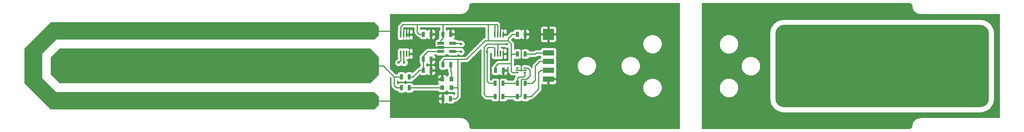
<source format=gbr>
G04 #@! TF.FileFunction,Copper,L1,Top,Signal*
%FSLAX46Y46*%
G04 Gerber Fmt 4.6, Leading zero omitted, Abs format (unit mm)*
G04 Created by KiCad (PCBNEW 4.0.7-e2-6376~61~ubuntu18.04.1) date Fri Jul  6 14:55:34 2018*
%MOMM*%
%LPD*%
G01*
G04 APERTURE LIST*
%ADD10C,0.100000*%
%ADD11R,0.450000X1.450000*%
%ADD12R,0.800000X1.143000*%
%ADD13R,0.500000X0.375000*%
%ADD14R,0.650000X0.300000*%
%ADD15R,2.500000X1.250000*%
%ADD16R,0.900000X1.000000*%
%ADD17R,1.560000X0.650000*%
%ADD18R,1.000000X1.000000*%
%ADD19R,2.500000X2.500000*%
%ADD20C,0.600000*%
%ADD21C,0.250000*%
%ADD22C,0.254000*%
G04 APERTURE END LIST*
D10*
G36*
X127500000Y-82000000D02*
X125500000Y-84000000D01*
X54500000Y-84000000D01*
X52500000Y-82000000D01*
X52500000Y-78000000D01*
X54500000Y-76000000D01*
X125500000Y-76000000D01*
X127500000Y-78000000D01*
X127500000Y-82000000D01*
G37*
G36*
X126500000Y-86000000D02*
X53750000Y-86000000D01*
X50500000Y-82750000D01*
X50500000Y-77250000D01*
X53750000Y-74000000D01*
X126500000Y-74000000D01*
X127500000Y-73000000D01*
X127500000Y-71000000D01*
X126500000Y-70000000D01*
X52500000Y-70000000D01*
X46500000Y-76000000D01*
X46500000Y-84000000D01*
X52500000Y-90000000D01*
X126500000Y-90000000D01*
X127500000Y-89000000D01*
X127500000Y-87000000D01*
X126500000Y-86000000D01*
G37*
D11*
X154000000Y-77200000D03*
X154650000Y-77200000D03*
X155300000Y-77200000D03*
X155950000Y-77200000D03*
X155950000Y-72800000D03*
X155300000Y-72800000D03*
X154650000Y-72800000D03*
X154000000Y-72800000D03*
D12*
X143850000Y-87500000D03*
X142100000Y-87500000D03*
X137650000Y-81000000D03*
X139400000Y-81000000D03*
X142150000Y-72750000D03*
X143900000Y-72750000D03*
X137650000Y-72750000D03*
X139400000Y-72750000D03*
X159150000Y-72750000D03*
X160900000Y-72750000D03*
X154150000Y-81000000D03*
X155900000Y-81000000D03*
X132650000Y-82500000D03*
X134400000Y-82500000D03*
D13*
X159150000Y-80462500D03*
X159150000Y-81537500D03*
D14*
X160925000Y-81000000D03*
X159075000Y-81000000D03*
D13*
X160850000Y-81537500D03*
X160850000Y-80462500D03*
D15*
X166250000Y-83000000D03*
X166250000Y-79000000D03*
X166250000Y-77000000D03*
X166250000Y-81000000D03*
D12*
X159150000Y-77250000D03*
X160900000Y-77250000D03*
X159150000Y-84000000D03*
X160900000Y-84000000D03*
X159150000Y-87000000D03*
X160900000Y-87000000D03*
X142150000Y-79750000D03*
X143900000Y-79750000D03*
X132650000Y-85000000D03*
X134400000Y-85000000D03*
X137650000Y-78500000D03*
X139400000Y-78500000D03*
X155850000Y-84000000D03*
X154100000Y-84000000D03*
X155850000Y-87000000D03*
X154100000Y-87000000D03*
D16*
X144050000Y-83050000D03*
X141950000Y-83050000D03*
X141950000Y-84950000D03*
X144050000Y-84950000D03*
D17*
X141650000Y-74800000D03*
X141650000Y-75750000D03*
X141650000Y-76700000D03*
X144350000Y-76700000D03*
X144350000Y-74800000D03*
D11*
X132500000Y-77200000D03*
X133150000Y-77200000D03*
X133800000Y-77200000D03*
X134450000Y-77200000D03*
X134450000Y-72800000D03*
X133800000Y-72800000D03*
X133150000Y-72800000D03*
X132500000Y-72800000D03*
D18*
X127000000Y-80000000D03*
X127000000Y-88000000D03*
X127000000Y-72000000D03*
D19*
X166250000Y-72750000D03*
D20*
X152250000Y-76750000D03*
X146250000Y-76750000D03*
X132000000Y-79250000D03*
X156750000Y-75000000D03*
X146250000Y-75000000D03*
X133250000Y-79250000D03*
D21*
X145500000Y-78500000D02*
X142500000Y-78500000D01*
X147500000Y-78500000D02*
X145500000Y-78500000D01*
X145500000Y-85000000D02*
X145500000Y-80250000D01*
X145500000Y-80250000D02*
X145500000Y-79750000D01*
X145500000Y-78500000D02*
X145500000Y-80250000D01*
X142500000Y-78500000D02*
X142150000Y-78850000D01*
X142150000Y-78850000D02*
X142150000Y-79750000D01*
X147500000Y-78500000D02*
X151750000Y-74250000D01*
X157750000Y-75000000D02*
X157750000Y-77750000D01*
X157000000Y-74250000D02*
X157750000Y-75000000D01*
X152500000Y-74250000D02*
X151750000Y-74250000D01*
X152500000Y-74250000D02*
X157000000Y-74250000D01*
X152500000Y-70500000D02*
X152500000Y-74250000D01*
X157000000Y-73750000D02*
X157000000Y-74250000D01*
X152500000Y-70500000D02*
X153250000Y-70500000D01*
X142000000Y-70500000D02*
X153250000Y-70500000D01*
X153250000Y-70500000D02*
X154000000Y-70500000D01*
X154000000Y-72800000D02*
X154000000Y-70500000D01*
X154500000Y-70500000D02*
X154650000Y-70650000D01*
X158000000Y-72750000D02*
X157000000Y-73750000D01*
X159150000Y-72750000D02*
X158000000Y-72750000D01*
X154150000Y-81000000D02*
X154150000Y-80100000D01*
X154150000Y-80100000D02*
X154750000Y-79500000D01*
X157750000Y-79500000D02*
X154750000Y-79500000D01*
X157750000Y-77500000D02*
X157750000Y-77750000D01*
X157750000Y-77750000D02*
X157750000Y-79500000D01*
X154000000Y-70500000D02*
X154500000Y-70500000D01*
X154650000Y-70650000D02*
X154650000Y-72800000D01*
X159150000Y-77250000D02*
X158000000Y-77250000D01*
X158000000Y-77250000D02*
X157750000Y-77500000D01*
X142150000Y-72750000D02*
X142150000Y-73600000D01*
X142150000Y-73600000D02*
X141650000Y-74100000D01*
X141650000Y-74100000D02*
X141650000Y-74800000D01*
X142150000Y-72750000D02*
X142150000Y-70650000D01*
X142150000Y-70650000D02*
X142000000Y-70500000D01*
X145450000Y-84950000D02*
X144050000Y-84950000D01*
X145500000Y-87000000D02*
X145500000Y-85000000D01*
X145450000Y-84950000D02*
X145500000Y-85000000D01*
X145000000Y-87500000D02*
X145500000Y-87000000D01*
X143850000Y-87500000D02*
X145000000Y-87500000D01*
X157750000Y-79500000D02*
X157750000Y-81250000D01*
X133000000Y-70500000D02*
X136250000Y-70500000D01*
X136250000Y-70500000D02*
X142000000Y-70500000D01*
X136750000Y-72750000D02*
X136250000Y-72250000D01*
X136250000Y-72250000D02*
X136250000Y-70500000D01*
X137650000Y-72750000D02*
X136750000Y-72750000D01*
X159150000Y-81537500D02*
X158037500Y-81537500D01*
X158037500Y-81537500D02*
X157750000Y-81250000D01*
X132500000Y-71000000D02*
X133000000Y-70500000D01*
X132500000Y-72800000D02*
X132500000Y-71000000D01*
X140750000Y-78500000D02*
X141500000Y-77750000D01*
X141500000Y-77750000D02*
X147000000Y-77750000D01*
X147000000Y-77750000D02*
X147250000Y-77500000D01*
X147250000Y-77500000D02*
X147250000Y-75750000D01*
X143900000Y-72750000D02*
X145500000Y-72750000D01*
X145500000Y-72750000D02*
X147250000Y-74500000D01*
X147250000Y-74500000D02*
X147250000Y-75750000D01*
X155000000Y-83750000D02*
X155000000Y-90000000D01*
X155000000Y-83000000D02*
X155000000Y-83750000D01*
X155950000Y-77200000D02*
X155950000Y-78175000D01*
X155000000Y-82500000D02*
X155000000Y-83750000D01*
X155950000Y-78175000D02*
X155375000Y-78750000D01*
X155375000Y-78750000D02*
X153500000Y-78750000D01*
X153500000Y-78750000D02*
X153000000Y-79250000D01*
X153000000Y-79250000D02*
X153000000Y-82500000D01*
X153000000Y-82500000D02*
X155000000Y-82500000D01*
X155300000Y-72800000D02*
X155300000Y-70050000D01*
X141650000Y-75750000D02*
X147250000Y-75750000D01*
X140750000Y-78500000D02*
X139400000Y-78500000D01*
X139400000Y-81000000D02*
X140050000Y-81000000D01*
X140050000Y-81000000D02*
X140750000Y-80300000D01*
X140750000Y-80300000D02*
X140750000Y-78500000D01*
X141650000Y-75750000D02*
X139750000Y-75750000D01*
X139750000Y-75750000D02*
X135250000Y-75750000D01*
X139400000Y-72750000D02*
X140250000Y-72750000D01*
X140750000Y-73750000D02*
X139750000Y-74750000D01*
X140250000Y-72750000D02*
X140750000Y-73250000D01*
X140750000Y-73250000D02*
X140750000Y-73750000D01*
X139750000Y-74750000D02*
X139750000Y-75750000D01*
X141750000Y-90000000D02*
X153500000Y-90000000D01*
X135250000Y-77150000D02*
X135250000Y-75750000D01*
X135250000Y-75750000D02*
X135250000Y-75000000D01*
X135000000Y-72800000D02*
X134450000Y-72800000D01*
X135250000Y-75000000D02*
X135250000Y-73050000D01*
X135250000Y-73050000D02*
X135000000Y-72800000D01*
X135200000Y-77200000D02*
X135250000Y-77150000D01*
X134450000Y-77200000D02*
X135200000Y-77200000D01*
X132000000Y-75000000D02*
X135250000Y-75000000D01*
X131250000Y-74250000D02*
X132000000Y-75000000D01*
X131250000Y-73000000D02*
X131250000Y-74250000D01*
X130250000Y-72000000D02*
X131250000Y-73000000D01*
X127000000Y-72000000D02*
X130250000Y-72000000D01*
X141450000Y-83050000D02*
X142150000Y-83050000D01*
X169500000Y-90000000D02*
X155000000Y-90000000D01*
X159075000Y-81000000D02*
X160000000Y-81000000D01*
X160000000Y-81000000D02*
X160925000Y-81000000D01*
X160000000Y-81000000D02*
X160000000Y-78500000D01*
X160000000Y-79000000D02*
X160000000Y-78500000D01*
X160000000Y-78500000D02*
X160000000Y-75500000D01*
X155900000Y-82100000D02*
X155000000Y-83000000D01*
X155900000Y-81000000D02*
X155900000Y-82100000D01*
X133200000Y-71300000D02*
X134450000Y-71300000D01*
X133150000Y-71350000D02*
X133200000Y-71300000D01*
X133150000Y-72800000D02*
X133150000Y-71350000D01*
X134450000Y-72800000D02*
X134450000Y-71300000D01*
X133800000Y-71325000D02*
X133800000Y-72800000D01*
X141750000Y-90000000D02*
X142000000Y-90000000D01*
X132500000Y-90000000D02*
X141750000Y-90000000D01*
X130500000Y-88000000D02*
X132500000Y-90000000D01*
X127000000Y-88000000D02*
X130500000Y-88000000D01*
X136750000Y-81000000D02*
X135250000Y-82500000D01*
X135250000Y-82500000D02*
X134400000Y-82500000D01*
X137650000Y-81000000D02*
X136750000Y-81000000D01*
X139250000Y-76700000D02*
X141650000Y-76700000D01*
X137650000Y-78500000D02*
X137650000Y-77678500D01*
X137650000Y-77678500D02*
X138628500Y-76700000D01*
X138628500Y-76700000D02*
X139250000Y-76700000D01*
X137650000Y-81000000D02*
X137650000Y-78500000D01*
X127000000Y-80000000D02*
X128500000Y-80000000D01*
X131000000Y-82500000D02*
X128500000Y-80000000D01*
X131000000Y-84500000D02*
X131000000Y-82500000D01*
X132650000Y-82500000D02*
X131000000Y-82500000D01*
X131500000Y-85000000D02*
X131000000Y-84500000D01*
X132650000Y-85000000D02*
X131500000Y-85000000D01*
X155850000Y-84000000D02*
X159150000Y-84000000D01*
X159150000Y-84000000D02*
X159150000Y-82850000D01*
X159150000Y-82850000D02*
X159500000Y-82500000D01*
X159500000Y-82500000D02*
X160600000Y-82500000D01*
X160600000Y-82500000D02*
X160850000Y-82250000D01*
X160850000Y-82250000D02*
X160850000Y-81537500D01*
X160850000Y-80462500D02*
X161500000Y-80462500D01*
X162000000Y-82250000D02*
X161250000Y-83000000D01*
X161500000Y-80462500D02*
X162000000Y-80962500D01*
X162000000Y-80962500D02*
X162000000Y-82250000D01*
X159150000Y-87000000D02*
X159750000Y-87000000D01*
X159750000Y-87000000D02*
X160000000Y-86750000D01*
X160000000Y-86750000D02*
X160000000Y-83250000D01*
X160000000Y-83250000D02*
X160250000Y-83000000D01*
X160250000Y-83000000D02*
X161250000Y-83000000D01*
X155850000Y-87000000D02*
X159150000Y-87000000D01*
X163250000Y-83250000D02*
X162500000Y-84000000D01*
X164250000Y-79000000D02*
X163250000Y-80000000D01*
X163250000Y-80000000D02*
X163250000Y-83250000D01*
X166250000Y-79000000D02*
X164250000Y-79000000D01*
X162500000Y-84000000D02*
X160900000Y-84000000D01*
X160900000Y-77250000D02*
X163250000Y-77250000D01*
X166250000Y-77000000D02*
X163500000Y-77000000D01*
X163500000Y-77000000D02*
X163250000Y-77250000D01*
X162250000Y-87000000D02*
X160900000Y-87000000D01*
X164000000Y-81500000D02*
X164000000Y-85250000D01*
X164000000Y-85250000D02*
X162250000Y-87000000D01*
X164500000Y-81000000D02*
X164000000Y-81500000D01*
X166250000Y-81000000D02*
X164500000Y-81000000D01*
X143900000Y-81150000D02*
X144050000Y-81300000D01*
X144050000Y-81300000D02*
X144050000Y-83050000D01*
X143900000Y-79750000D02*
X143900000Y-81150000D01*
X144050000Y-82050000D02*
X144050000Y-83050000D01*
X137500000Y-85000000D02*
X137550000Y-84950000D01*
X137550000Y-84950000D02*
X141950000Y-84950000D01*
X134400000Y-85000000D02*
X137500000Y-85000000D01*
X134400000Y-85000000D02*
X134750000Y-85000000D01*
X134800000Y-84950000D02*
X134750000Y-85000000D01*
X154000000Y-77200000D02*
X154000000Y-76000000D01*
X154000000Y-76000000D02*
X153750000Y-75750000D01*
X153750000Y-75750000D02*
X152500000Y-75750000D01*
X152250000Y-76000000D02*
X152250000Y-76250000D01*
X152500000Y-75750000D02*
X152250000Y-76000000D01*
X152250000Y-76250000D02*
X152250000Y-76750000D01*
X152250000Y-78250000D02*
X152250000Y-83500000D01*
X152250000Y-76250000D02*
X152250000Y-78250000D01*
X152250000Y-78250000D02*
X152250000Y-76750000D01*
X152250000Y-83500000D02*
X152750000Y-84000000D01*
X152750000Y-84000000D02*
X154100000Y-84000000D01*
X144350000Y-76700000D02*
X146200000Y-76700000D01*
X146200000Y-76700000D02*
X146250000Y-76750000D01*
X132500000Y-77200000D02*
X132500000Y-78750000D01*
X132500000Y-78750000D02*
X132000000Y-79250000D01*
X156750000Y-75000000D02*
X154500000Y-75000000D01*
X154500000Y-75000000D02*
X152250000Y-75000000D01*
X154650000Y-77200000D02*
X154650000Y-75150000D01*
X154650000Y-75150000D02*
X154500000Y-75000000D01*
X151500000Y-75750000D02*
X152250000Y-75000000D01*
X144350000Y-74800000D02*
X146050000Y-74800000D01*
X146050000Y-74800000D02*
X146250000Y-75000000D01*
X154100000Y-87000000D02*
X152000000Y-87000000D01*
X152000000Y-87000000D02*
X151500000Y-86500000D01*
X151500000Y-86500000D02*
X151500000Y-75750000D01*
X133150000Y-77200000D02*
X133150000Y-79150000D01*
X133150000Y-79150000D02*
X133250000Y-79250000D01*
D22*
G36*
X196123000Y-94290000D02*
X148784728Y-94290000D01*
X148645774Y-94276376D01*
X148545518Y-94246107D01*
X148453054Y-94196943D01*
X148371896Y-94130752D01*
X148305143Y-94050062D01*
X148255333Y-93957939D01*
X148224364Y-93857893D01*
X148206942Y-93692138D01*
X148207048Y-93676921D01*
X148206080Y-93667056D01*
X148180579Y-93424436D01*
X148167645Y-93361428D01*
X148155582Y-93298190D01*
X148152717Y-93288700D01*
X148080577Y-93055654D01*
X148055638Y-92996326D01*
X148031534Y-92936666D01*
X148026880Y-92927914D01*
X148026880Y-92927913D01*
X148026877Y-92927909D01*
X147910848Y-92713316D01*
X147874878Y-92659988D01*
X147839627Y-92606120D01*
X147833361Y-92598438D01*
X147677857Y-92410466D01*
X147632240Y-92365167D01*
X147587173Y-92319145D01*
X147579534Y-92312827D01*
X147390480Y-92158638D01*
X147336915Y-92123050D01*
X147283785Y-92086670D01*
X147275065Y-92081956D01*
X147059663Y-91967425D01*
X147000230Y-91942928D01*
X146941019Y-91917551D01*
X146931549Y-91914620D01*
X146698005Y-91844109D01*
X146634899Y-91831614D01*
X146571935Y-91818231D01*
X146562076Y-91817194D01*
X146319284Y-91793389D01*
X146289511Y-91793389D01*
X146259913Y-91790069D01*
X146250000Y-91790000D01*
X130127000Y-91790000D01*
X130127000Y-87785750D01*
X141065000Y-87785750D01*
X141065000Y-88134042D01*
X141089403Y-88256723D01*
X141137270Y-88372285D01*
X141206763Y-88476289D01*
X141295211Y-88564737D01*
X141399215Y-88634230D01*
X141514777Y-88682097D01*
X141637458Y-88706500D01*
X141814250Y-88706500D01*
X141973000Y-88547750D01*
X141973000Y-87627000D01*
X141223750Y-87627000D01*
X141065000Y-87785750D01*
X130127000Y-87785750D01*
X130127000Y-86865958D01*
X141065000Y-86865958D01*
X141065000Y-87214250D01*
X141223750Y-87373000D01*
X141973000Y-87373000D01*
X141973000Y-86452250D01*
X141814250Y-86293500D01*
X141637458Y-86293500D01*
X141514777Y-86317903D01*
X141399215Y-86365770D01*
X141295211Y-86435263D01*
X141206763Y-86523711D01*
X141137270Y-86627715D01*
X141089403Y-86743277D01*
X141065000Y-86865958D01*
X130127000Y-86865958D01*
X130127000Y-82701802D01*
X130240000Y-82814802D01*
X130240000Y-84500000D01*
X130246851Y-84569877D01*
X130252969Y-84639803D01*
X130254084Y-84643641D01*
X130254474Y-84647618D01*
X130274764Y-84714821D01*
X130294351Y-84782240D01*
X130296190Y-84785788D01*
X130297345Y-84789613D01*
X130330299Y-84851591D01*
X130362610Y-84913925D01*
X130365103Y-84917048D01*
X130366980Y-84920578D01*
X130411355Y-84974987D01*
X130455148Y-85029846D01*
X130460631Y-85035406D01*
X130460726Y-85035522D01*
X130460834Y-85035611D01*
X130462599Y-85037401D01*
X130962599Y-85537401D01*
X131016855Y-85581968D01*
X131070625Y-85627086D01*
X131074126Y-85629011D01*
X131077215Y-85631548D01*
X131139102Y-85664732D01*
X131200604Y-85698543D01*
X131204412Y-85699751D01*
X131207935Y-85701640D01*
X131275077Y-85722167D01*
X131341987Y-85743392D01*
X131345959Y-85743838D01*
X131349781Y-85745006D01*
X131419649Y-85752103D01*
X131489389Y-85759926D01*
X131497194Y-85759980D01*
X131497347Y-85759996D01*
X131497490Y-85759982D01*
X131500000Y-85760000D01*
X131647051Y-85760000D01*
X131673106Y-85844134D01*
X131771900Y-85994059D01*
X131908550Y-86110525D01*
X132072237Y-86184310D01*
X132250000Y-86209572D01*
X133050000Y-86209572D01*
X133151121Y-86201508D01*
X133322634Y-86148394D01*
X133472559Y-86049600D01*
X133521026Y-85992733D01*
X133521900Y-85994059D01*
X133658550Y-86110525D01*
X133822237Y-86184310D01*
X134000000Y-86209572D01*
X134800000Y-86209572D01*
X134901121Y-86201508D01*
X135072634Y-86148394D01*
X135222559Y-86049600D01*
X135339025Y-85912950D01*
X135407970Y-85760000D01*
X137500000Y-85760000D01*
X137569877Y-85753149D01*
X137639803Y-85747031D01*
X137643641Y-85745916D01*
X137647618Y-85745526D01*
X137714821Y-85725236D01*
X137767264Y-85710000D01*
X140919194Y-85710000D01*
X140923106Y-85722634D01*
X141021900Y-85872559D01*
X141158550Y-85989025D01*
X141322237Y-86062810D01*
X141500000Y-86088072D01*
X142400000Y-86088072D01*
X142501121Y-86080008D01*
X142672634Y-86026894D01*
X142822559Y-85928100D01*
X142939025Y-85791450D01*
X143001498Y-85652858D01*
X143023106Y-85722634D01*
X143121900Y-85872559D01*
X143258550Y-85989025D01*
X143422237Y-86062810D01*
X143600000Y-86088072D01*
X144500000Y-86088072D01*
X144601121Y-86080008D01*
X144740000Y-86037000D01*
X144740000Y-86524000D01*
X144728100Y-86505941D01*
X144591450Y-86389475D01*
X144427763Y-86315690D01*
X144250000Y-86290428D01*
X143450000Y-86290428D01*
X143348879Y-86298492D01*
X143177366Y-86351606D01*
X143027441Y-86450400D01*
X142977970Y-86508444D01*
X142904789Y-86435263D01*
X142800785Y-86365770D01*
X142685223Y-86317903D01*
X142562542Y-86293500D01*
X142385750Y-86293500D01*
X142227000Y-86452250D01*
X142227000Y-87373000D01*
X142247000Y-87373000D01*
X142247000Y-87627000D01*
X142227000Y-87627000D01*
X142227000Y-88547750D01*
X142385750Y-88706500D01*
X142562542Y-88706500D01*
X142685223Y-88682097D01*
X142800785Y-88634230D01*
X142904789Y-88564737D01*
X142973826Y-88495700D01*
X143108550Y-88610525D01*
X143272237Y-88684310D01*
X143450000Y-88709572D01*
X144250000Y-88709572D01*
X144351121Y-88701508D01*
X144522634Y-88648394D01*
X144672559Y-88549600D01*
X144789025Y-88412950D01*
X144857970Y-88260000D01*
X145000000Y-88260000D01*
X145069877Y-88253149D01*
X145139803Y-88247031D01*
X145143641Y-88245916D01*
X145147618Y-88245526D01*
X145214821Y-88225236D01*
X145282240Y-88205649D01*
X145285788Y-88203810D01*
X145289613Y-88202655D01*
X145351591Y-88169701D01*
X145413925Y-88137390D01*
X145417048Y-88134897D01*
X145420578Y-88133020D01*
X145474987Y-88088645D01*
X145529846Y-88044852D01*
X145535406Y-88039369D01*
X145535522Y-88039274D01*
X145535611Y-88039166D01*
X145537401Y-88037401D01*
X146037401Y-87537401D01*
X146081968Y-87483145D01*
X146127086Y-87429375D01*
X146129011Y-87425874D01*
X146131548Y-87422785D01*
X146164732Y-87360898D01*
X146198543Y-87299396D01*
X146199751Y-87295588D01*
X146201640Y-87292065D01*
X146222167Y-87224923D01*
X146243392Y-87158013D01*
X146243838Y-87154041D01*
X146245006Y-87150219D01*
X146252103Y-87080351D01*
X146259926Y-87010611D01*
X146259980Y-87002806D01*
X146259996Y-87002653D01*
X146259982Y-87002510D01*
X146260000Y-87000000D01*
X146260000Y-79260000D01*
X147500000Y-79260000D01*
X147569877Y-79253149D01*
X147639803Y-79247031D01*
X147643641Y-79245916D01*
X147647618Y-79245526D01*
X147714821Y-79225236D01*
X147782240Y-79205649D01*
X147785788Y-79203810D01*
X147789613Y-79202655D01*
X147851591Y-79169701D01*
X147913925Y-79137390D01*
X147917048Y-79134897D01*
X147920578Y-79133020D01*
X147974987Y-79088645D01*
X148029846Y-79044852D01*
X148035406Y-79039369D01*
X148035522Y-79039274D01*
X148035611Y-79039166D01*
X148037401Y-79037401D01*
X150740000Y-76334802D01*
X150740000Y-86500000D01*
X150746851Y-86569877D01*
X150752969Y-86639803D01*
X150754084Y-86643641D01*
X150754474Y-86647618D01*
X150774764Y-86714821D01*
X150794351Y-86782240D01*
X150796190Y-86785788D01*
X150797345Y-86789613D01*
X150830299Y-86851591D01*
X150862610Y-86913925D01*
X150865103Y-86917048D01*
X150866980Y-86920578D01*
X150911355Y-86974987D01*
X150955148Y-87029846D01*
X150960631Y-87035406D01*
X150960726Y-87035522D01*
X150960834Y-87035611D01*
X150962599Y-87037401D01*
X151462599Y-87537401D01*
X151516855Y-87581968D01*
X151570625Y-87627086D01*
X151574126Y-87629011D01*
X151577215Y-87631548D01*
X151639102Y-87664732D01*
X151700604Y-87698543D01*
X151704412Y-87699751D01*
X151707935Y-87701640D01*
X151775077Y-87722167D01*
X151841987Y-87743392D01*
X151845959Y-87743838D01*
X151849781Y-87745006D01*
X151919649Y-87752103D01*
X151989389Y-87759926D01*
X151997194Y-87759980D01*
X151997347Y-87759996D01*
X151997490Y-87759982D01*
X152000000Y-87760000D01*
X153097051Y-87760000D01*
X153123106Y-87844134D01*
X153221900Y-87994059D01*
X153358550Y-88110525D01*
X153522237Y-88184310D01*
X153700000Y-88209572D01*
X154500000Y-88209572D01*
X154601121Y-88201508D01*
X154772634Y-88148394D01*
X154922559Y-88049600D01*
X154971026Y-87992733D01*
X154971900Y-87994059D01*
X155108550Y-88110525D01*
X155272237Y-88184310D01*
X155450000Y-88209572D01*
X156250000Y-88209572D01*
X156351121Y-88201508D01*
X156522634Y-88148394D01*
X156672559Y-88049600D01*
X156789025Y-87912950D01*
X156857970Y-87760000D01*
X158147051Y-87760000D01*
X158173106Y-87844134D01*
X158271900Y-87994059D01*
X158408550Y-88110525D01*
X158572237Y-88184310D01*
X158750000Y-88209572D01*
X159550000Y-88209572D01*
X159651121Y-88201508D01*
X159822634Y-88148394D01*
X159972559Y-88049600D01*
X160021026Y-87992733D01*
X160021900Y-87994059D01*
X160158550Y-88110525D01*
X160322237Y-88184310D01*
X160500000Y-88209572D01*
X161300000Y-88209572D01*
X161401121Y-88201508D01*
X161572634Y-88148394D01*
X161722559Y-88049600D01*
X161839025Y-87912950D01*
X161907970Y-87760000D01*
X162250000Y-87760000D01*
X162319877Y-87753149D01*
X162389803Y-87747031D01*
X162393641Y-87745916D01*
X162397618Y-87745526D01*
X162464821Y-87725236D01*
X162532240Y-87705649D01*
X162535788Y-87703810D01*
X162539613Y-87702655D01*
X162601591Y-87669701D01*
X162663925Y-87637390D01*
X162667048Y-87634897D01*
X162670578Y-87633020D01*
X162724987Y-87588645D01*
X162779846Y-87544852D01*
X162785406Y-87539369D01*
X162785522Y-87539274D01*
X162785611Y-87539166D01*
X162787401Y-87537401D01*
X164537401Y-85787401D01*
X164581968Y-85733145D01*
X164627086Y-85679375D01*
X164629011Y-85675874D01*
X164631548Y-85672785D01*
X164664732Y-85610898D01*
X164698543Y-85549396D01*
X164699751Y-85545588D01*
X164701640Y-85542065D01*
X164722167Y-85474923D01*
X164743392Y-85408013D01*
X164743838Y-85404041D01*
X164745006Y-85400219D01*
X164752103Y-85330351D01*
X164759926Y-85260611D01*
X164759980Y-85252806D01*
X164759996Y-85252653D01*
X164759982Y-85252510D01*
X164760000Y-85250000D01*
X164760000Y-85187942D01*
X187761862Y-85187942D01*
X187840992Y-85619086D01*
X188002357Y-86026649D01*
X188239813Y-86395107D01*
X188544313Y-86710426D01*
X188904260Y-86960596D01*
X189305943Y-87136087D01*
X189734063Y-87230215D01*
X190172312Y-87239395D01*
X190603998Y-87163278D01*
X191012678Y-87004761D01*
X191382785Y-86769884D01*
X191700222Y-86467592D01*
X191952899Y-86109401D01*
X192131190Y-85708952D01*
X192228305Y-85281500D01*
X192235296Y-84780827D01*
X192150154Y-84350830D01*
X191983114Y-83945560D01*
X191740537Y-83580453D01*
X191431664Y-83269416D01*
X191068259Y-83024296D01*
X190664165Y-82854430D01*
X190234772Y-82766289D01*
X189796438Y-82763229D01*
X189365857Y-82845366D01*
X188959430Y-83009573D01*
X188592638Y-83249595D01*
X188279453Y-83556289D01*
X188031802Y-83917974D01*
X187859119Y-84320873D01*
X187767982Y-84749639D01*
X187761862Y-85187942D01*
X164760000Y-85187942D01*
X164760000Y-84212908D01*
X164814777Y-84235597D01*
X164937458Y-84260000D01*
X165964250Y-84260000D01*
X166123000Y-84101250D01*
X166123000Y-83127000D01*
X166377000Y-83127000D01*
X166377000Y-84101250D01*
X166535750Y-84260000D01*
X167562542Y-84260000D01*
X167685223Y-84235597D01*
X167800785Y-84187730D01*
X167904789Y-84118237D01*
X167993237Y-84029789D01*
X168062730Y-83925785D01*
X168110597Y-83810223D01*
X168135000Y-83687542D01*
X168135000Y-83285750D01*
X167976250Y-83127000D01*
X166377000Y-83127000D01*
X166123000Y-83127000D01*
X166103000Y-83127000D01*
X166103000Y-82873000D01*
X166123000Y-82873000D01*
X166123000Y-82853000D01*
X166377000Y-82853000D01*
X166377000Y-82873000D01*
X167976250Y-82873000D01*
X168135000Y-82714250D01*
X168135000Y-82312458D01*
X168110597Y-82189777D01*
X168062730Y-82074215D01*
X168011950Y-81998217D01*
X168039025Y-81966450D01*
X168112810Y-81802763D01*
X168138072Y-81625000D01*
X168138072Y-80375000D01*
X168130008Y-80273879D01*
X168103396Y-80187942D01*
X172761862Y-80187942D01*
X172840992Y-80619086D01*
X173002357Y-81026649D01*
X173239813Y-81395107D01*
X173544313Y-81710426D01*
X173904260Y-81960596D01*
X174305943Y-82136087D01*
X174734063Y-82230215D01*
X175172312Y-82239395D01*
X175603998Y-82163278D01*
X176012678Y-82004761D01*
X176382785Y-81769884D01*
X176700222Y-81467592D01*
X176952899Y-81109401D01*
X177131190Y-80708952D01*
X177228305Y-80281500D01*
X177229611Y-80187942D01*
X182761862Y-80187942D01*
X182840992Y-80619086D01*
X183002357Y-81026649D01*
X183239813Y-81395107D01*
X183544313Y-81710426D01*
X183904260Y-81960596D01*
X184305943Y-82136087D01*
X184734063Y-82230215D01*
X185172312Y-82239395D01*
X185603998Y-82163278D01*
X186012678Y-82004761D01*
X186382785Y-81769884D01*
X186700222Y-81467592D01*
X186952899Y-81109401D01*
X187131190Y-80708952D01*
X187228305Y-80281500D01*
X187235296Y-79780827D01*
X187150154Y-79350830D01*
X186983114Y-78945560D01*
X186740537Y-78580453D01*
X186431664Y-78269416D01*
X186068259Y-78024296D01*
X185664165Y-77854430D01*
X185234772Y-77766289D01*
X184796438Y-77763229D01*
X184365857Y-77845366D01*
X183959430Y-78009573D01*
X183592638Y-78249595D01*
X183279453Y-78556289D01*
X183031802Y-78917974D01*
X182859119Y-79320873D01*
X182767982Y-79749639D01*
X182761862Y-80187942D01*
X177229611Y-80187942D01*
X177235296Y-79780827D01*
X177150154Y-79350830D01*
X176983114Y-78945560D01*
X176740537Y-78580453D01*
X176431664Y-78269416D01*
X176068259Y-78024296D01*
X175664165Y-77854430D01*
X175234772Y-77766289D01*
X174796438Y-77763229D01*
X174365857Y-77845366D01*
X173959430Y-78009573D01*
X173592638Y-78249595D01*
X173279453Y-78556289D01*
X173031802Y-78917974D01*
X172859119Y-79320873D01*
X172767982Y-79749639D01*
X172761862Y-80187942D01*
X168103396Y-80187942D01*
X168076894Y-80102366D01*
X168009872Y-80000656D01*
X168039025Y-79966450D01*
X168112810Y-79802763D01*
X168138072Y-79625000D01*
X168138072Y-78375000D01*
X168130008Y-78273879D01*
X168076894Y-78102366D01*
X168009872Y-78000656D01*
X168039025Y-77966450D01*
X168112810Y-77802763D01*
X168138072Y-77625000D01*
X168138072Y-76375000D01*
X168130008Y-76273879D01*
X168076894Y-76102366D01*
X167978100Y-75952441D01*
X167841450Y-75835975D01*
X167677763Y-75762190D01*
X167500000Y-75736928D01*
X165000000Y-75736928D01*
X164898879Y-75744992D01*
X164727366Y-75798106D01*
X164577441Y-75896900D01*
X164460975Y-76033550D01*
X164387190Y-76197237D01*
X164381113Y-76240000D01*
X163500000Y-76240000D01*
X163430073Y-76246856D01*
X163360197Y-76252970D01*
X163356364Y-76254084D01*
X163352382Y-76254474D01*
X163285138Y-76274776D01*
X163217760Y-76294351D01*
X163214212Y-76296190D01*
X163210387Y-76297345D01*
X163148390Y-76330309D01*
X163086074Y-76362611D01*
X163082953Y-76365103D01*
X163079422Y-76366980D01*
X163025007Y-76411359D01*
X162970154Y-76455148D01*
X162964594Y-76460631D01*
X162964478Y-76460726D01*
X162964389Y-76460834D01*
X162962599Y-76462599D01*
X162935198Y-76490000D01*
X161902949Y-76490000D01*
X161876894Y-76405866D01*
X161778100Y-76255941D01*
X161641450Y-76139475D01*
X161477763Y-76065690D01*
X161300000Y-76040428D01*
X160500000Y-76040428D01*
X160398879Y-76048492D01*
X160227366Y-76101606D01*
X160077441Y-76200400D01*
X160028974Y-76257267D01*
X160028100Y-76255941D01*
X159891450Y-76139475D01*
X159727763Y-76065690D01*
X159550000Y-76040428D01*
X158750000Y-76040428D01*
X158648879Y-76048492D01*
X158510000Y-76091500D01*
X158510000Y-75187942D01*
X187761862Y-75187942D01*
X187840992Y-75619086D01*
X188002357Y-76026649D01*
X188239813Y-76395107D01*
X188544313Y-76710426D01*
X188904260Y-76960596D01*
X189305943Y-77136087D01*
X189734063Y-77230215D01*
X190172312Y-77239395D01*
X190603998Y-77163278D01*
X191012678Y-77004761D01*
X191382785Y-76769884D01*
X191700222Y-76467592D01*
X191952899Y-76109401D01*
X192131190Y-75708952D01*
X192228305Y-75281500D01*
X192235296Y-74780827D01*
X192150154Y-74350830D01*
X191983114Y-73945560D01*
X191740537Y-73580453D01*
X191431664Y-73269416D01*
X191068259Y-73024296D01*
X190664165Y-72854430D01*
X190234772Y-72766289D01*
X189796438Y-72763229D01*
X189365857Y-72845366D01*
X188959430Y-73009573D01*
X188592638Y-73249595D01*
X188279453Y-73556289D01*
X188031802Y-73917974D01*
X187859119Y-74320873D01*
X187767982Y-74749639D01*
X187761862Y-75187942D01*
X158510000Y-75187942D01*
X158510000Y-75000000D01*
X158503149Y-74930123D01*
X158497031Y-74860197D01*
X158495916Y-74856359D01*
X158495526Y-74852382D01*
X158475236Y-74785179D01*
X158455649Y-74717760D01*
X158453810Y-74714212D01*
X158452655Y-74710387D01*
X158419691Y-74648390D01*
X158387389Y-74586074D01*
X158384897Y-74582953D01*
X158383020Y-74579422D01*
X158338641Y-74525007D01*
X158294852Y-74470154D01*
X158289369Y-74464594D01*
X158289274Y-74464478D01*
X158289166Y-74464389D01*
X158287401Y-74462599D01*
X157824802Y-74000000D01*
X158195970Y-73628832D01*
X158271900Y-73744059D01*
X158408550Y-73860525D01*
X158572237Y-73934310D01*
X158750000Y-73959572D01*
X159550000Y-73959572D01*
X159651121Y-73951508D01*
X159822634Y-73898394D01*
X159972559Y-73799600D01*
X160022030Y-73741556D01*
X160095211Y-73814737D01*
X160199215Y-73884230D01*
X160314777Y-73932097D01*
X160437458Y-73956500D01*
X160614250Y-73956500D01*
X160773000Y-73797750D01*
X160773000Y-72877000D01*
X161027000Y-72877000D01*
X161027000Y-73797750D01*
X161185750Y-73956500D01*
X161362542Y-73956500D01*
X161485223Y-73932097D01*
X161600785Y-73884230D01*
X161704789Y-73814737D01*
X161793237Y-73726289D01*
X161862730Y-73622285D01*
X161910597Y-73506723D01*
X161935000Y-73384042D01*
X161935000Y-73035750D01*
X164365000Y-73035750D01*
X164365000Y-74062542D01*
X164389403Y-74185223D01*
X164437270Y-74300785D01*
X164506763Y-74404789D01*
X164595211Y-74493237D01*
X164699215Y-74562730D01*
X164814777Y-74610597D01*
X164937458Y-74635000D01*
X165964250Y-74635000D01*
X166123000Y-74476250D01*
X166123000Y-72877000D01*
X166377000Y-72877000D01*
X166377000Y-74476250D01*
X166535750Y-74635000D01*
X167562542Y-74635000D01*
X167685223Y-74610597D01*
X167800785Y-74562730D01*
X167904789Y-74493237D01*
X167993237Y-74404789D01*
X168062730Y-74300785D01*
X168110597Y-74185223D01*
X168135000Y-74062542D01*
X168135000Y-73035750D01*
X167976250Y-72877000D01*
X166377000Y-72877000D01*
X166123000Y-72877000D01*
X164523750Y-72877000D01*
X164365000Y-73035750D01*
X161935000Y-73035750D01*
X161776250Y-72877000D01*
X161027000Y-72877000D01*
X160773000Y-72877000D01*
X160753000Y-72877000D01*
X160753000Y-72623000D01*
X160773000Y-72623000D01*
X160773000Y-71702250D01*
X161027000Y-71702250D01*
X161027000Y-72623000D01*
X161776250Y-72623000D01*
X161935000Y-72464250D01*
X161935000Y-72115958D01*
X161910597Y-71993277D01*
X161862730Y-71877715D01*
X161793237Y-71773711D01*
X161704789Y-71685263D01*
X161600785Y-71615770D01*
X161485223Y-71567903D01*
X161362542Y-71543500D01*
X161185750Y-71543500D01*
X161027000Y-71702250D01*
X160773000Y-71702250D01*
X160614250Y-71543500D01*
X160437458Y-71543500D01*
X160314777Y-71567903D01*
X160199215Y-71615770D01*
X160095211Y-71685263D01*
X160026174Y-71754300D01*
X159891450Y-71639475D01*
X159727763Y-71565690D01*
X159550000Y-71540428D01*
X158750000Y-71540428D01*
X158648879Y-71548492D01*
X158477366Y-71601606D01*
X158327441Y-71700400D01*
X158210975Y-71837050D01*
X158142030Y-71990000D01*
X158000000Y-71990000D01*
X157930115Y-71996852D01*
X157860198Y-72002969D01*
X157856360Y-72004084D01*
X157852382Y-72004474D01*
X157785200Y-72024757D01*
X157717761Y-72044350D01*
X157714210Y-72046191D01*
X157710387Y-72047345D01*
X157648426Y-72080290D01*
X157586075Y-72112610D01*
X157582952Y-72115103D01*
X157579422Y-72116980D01*
X157524989Y-72161375D01*
X157470155Y-72205148D01*
X157464596Y-72210630D01*
X157464478Y-72210726D01*
X157464388Y-72210835D01*
X157462599Y-72212599D01*
X156699724Y-72975474D01*
X156651250Y-72927000D01*
X156062500Y-72927000D01*
X156062500Y-72947000D01*
X156021250Y-72947000D01*
X156001250Y-72927000D01*
X155803000Y-72927000D01*
X155803000Y-72673000D01*
X156001250Y-72673000D01*
X156062500Y-72611750D01*
X156062500Y-72673000D01*
X156651250Y-72673000D01*
X156810000Y-72514250D01*
X156810000Y-72012458D01*
X156785597Y-71889777D01*
X156737730Y-71774215D01*
X156668237Y-71670211D01*
X156579789Y-71581763D01*
X156475785Y-71512270D01*
X156360223Y-71464403D01*
X156237542Y-71440000D01*
X156221250Y-71440000D01*
X156062500Y-71598750D01*
X156062500Y-71736456D01*
X156018237Y-71670211D01*
X155929789Y-71581763D01*
X155825785Y-71512270D01*
X155710223Y-71464403D01*
X155701397Y-71462647D01*
X155678750Y-71440000D01*
X155662458Y-71440000D01*
X155625000Y-71447451D01*
X155587542Y-71440000D01*
X155571250Y-71440000D01*
X155548603Y-71462647D01*
X155539777Y-71464403D01*
X155427002Y-71511116D01*
X155427002Y-71440000D01*
X155410000Y-71440000D01*
X155410000Y-71437458D01*
X164365000Y-71437458D01*
X164365000Y-72464250D01*
X164523750Y-72623000D01*
X166123000Y-72623000D01*
X166123000Y-71023750D01*
X166377000Y-71023750D01*
X166377000Y-72623000D01*
X167976250Y-72623000D01*
X168135000Y-72464250D01*
X168135000Y-71437458D01*
X168110597Y-71314777D01*
X168062730Y-71199215D01*
X167993237Y-71095211D01*
X167904789Y-71006763D01*
X167800785Y-70937270D01*
X167685223Y-70889403D01*
X167562542Y-70865000D01*
X166535750Y-70865000D01*
X166377000Y-71023750D01*
X166123000Y-71023750D01*
X165964250Y-70865000D01*
X164937458Y-70865000D01*
X164814777Y-70889403D01*
X164699215Y-70937270D01*
X164595211Y-71006763D01*
X164506763Y-71095211D01*
X164437270Y-71199215D01*
X164389403Y-71314777D01*
X164365000Y-71437458D01*
X155410000Y-71437458D01*
X155410000Y-70650000D01*
X155403149Y-70580123D01*
X155397031Y-70510197D01*
X155395916Y-70506359D01*
X155395526Y-70502382D01*
X155375236Y-70435179D01*
X155355649Y-70367760D01*
X155353810Y-70364212D01*
X155352655Y-70360387D01*
X155319701Y-70298409D01*
X155287390Y-70236075D01*
X155284897Y-70232952D01*
X155283020Y-70229422D01*
X155238645Y-70175013D01*
X155194852Y-70120154D01*
X155189369Y-70114594D01*
X155189274Y-70114478D01*
X155189166Y-70114389D01*
X155187401Y-70112599D01*
X155037401Y-69962599D01*
X154983145Y-69918032D01*
X154929375Y-69872914D01*
X154925874Y-69870989D01*
X154922785Y-69868452D01*
X154860933Y-69835287D01*
X154799396Y-69801457D01*
X154795584Y-69800248D01*
X154792065Y-69798361D01*
X154724969Y-69777848D01*
X154658013Y-69756608D01*
X154654041Y-69756162D01*
X154650219Y-69754994D01*
X154580351Y-69747897D01*
X154510611Y-69740074D01*
X154502806Y-69740020D01*
X154502653Y-69740004D01*
X154502510Y-69740018D01*
X154500000Y-69740000D01*
X133000000Y-69740000D01*
X132930119Y-69746852D01*
X132860197Y-69752969D01*
X132856359Y-69754084D01*
X132852382Y-69754474D01*
X132785212Y-69774754D01*
X132717761Y-69794350D01*
X132714210Y-69796191D01*
X132710387Y-69797345D01*
X132648426Y-69830290D01*
X132586075Y-69862610D01*
X132582952Y-69865103D01*
X132579422Y-69866980D01*
X132525013Y-69911355D01*
X132470154Y-69955148D01*
X132464594Y-69960631D01*
X132464478Y-69960726D01*
X132464389Y-69960834D01*
X132462599Y-69962599D01*
X131962599Y-70462599D01*
X131918032Y-70516855D01*
X131872914Y-70570625D01*
X131870989Y-70574126D01*
X131868452Y-70577215D01*
X131835287Y-70639067D01*
X131801457Y-70700604D01*
X131800248Y-70704416D01*
X131798361Y-70707935D01*
X131777848Y-70775031D01*
X131756608Y-70841987D01*
X131756162Y-70845959D01*
X131754994Y-70849781D01*
X131747897Y-70919649D01*
X131740074Y-70989389D01*
X131740020Y-70997194D01*
X131740004Y-70997347D01*
X131740018Y-70997490D01*
X131740000Y-71000000D01*
X131740000Y-71728827D01*
X131735975Y-71733550D01*
X131662190Y-71897237D01*
X131636928Y-72075000D01*
X131636928Y-73525000D01*
X131644992Y-73626121D01*
X131698106Y-73797634D01*
X131796900Y-73947559D01*
X131933550Y-74064025D01*
X132097237Y-74137810D01*
X132275000Y-74163072D01*
X132725000Y-74163072D01*
X132826121Y-74155008D01*
X132830517Y-74153647D01*
X132862458Y-74160000D01*
X132878750Y-74160000D01*
X132909591Y-74129159D01*
X132997634Y-74101894D01*
X133147559Y-74003100D01*
X133151017Y-73999043D01*
X133170211Y-74018237D01*
X133274215Y-74087730D01*
X133389777Y-74135597D01*
X133398603Y-74137353D01*
X133421250Y-74160000D01*
X133437542Y-74160000D01*
X133475000Y-74152549D01*
X133512458Y-74160000D01*
X133528750Y-74160000D01*
X133551397Y-74137353D01*
X133560223Y-74135597D01*
X133675785Y-74087730D01*
X133779789Y-74018237D01*
X133800000Y-73998026D01*
X133820211Y-74018237D01*
X133924215Y-74087730D01*
X134039777Y-74135597D01*
X134048603Y-74137353D01*
X134071250Y-74160000D01*
X134087542Y-74160000D01*
X134125000Y-74152549D01*
X134162458Y-74160000D01*
X134178750Y-74160000D01*
X134201397Y-74137353D01*
X134210223Y-74135597D01*
X134325785Y-74087730D01*
X134429789Y-74018237D01*
X134518237Y-73929789D01*
X134562500Y-73863544D01*
X134562500Y-74001250D01*
X134721250Y-74160000D01*
X134737542Y-74160000D01*
X134860223Y-74135597D01*
X134975785Y-74087730D01*
X135079789Y-74018237D01*
X135168237Y-73929789D01*
X135237730Y-73825785D01*
X135285597Y-73710223D01*
X135310000Y-73587542D01*
X135310000Y-73085750D01*
X135151250Y-72927000D01*
X134562500Y-72927000D01*
X134562500Y-72988250D01*
X134501250Y-72927000D01*
X133653000Y-72927000D01*
X133653000Y-72673000D01*
X134501250Y-72673000D01*
X134562500Y-72611750D01*
X134562500Y-72673000D01*
X135151250Y-72673000D01*
X135310000Y-72514250D01*
X135310000Y-72012458D01*
X135285597Y-71889777D01*
X135237730Y-71774215D01*
X135168237Y-71670211D01*
X135079789Y-71581763D01*
X134975785Y-71512270D01*
X134860223Y-71464403D01*
X134737542Y-71440000D01*
X134721250Y-71440000D01*
X134562500Y-71598750D01*
X134562500Y-71736456D01*
X134518237Y-71670211D01*
X134429789Y-71581763D01*
X134325785Y-71512270D01*
X134210223Y-71464403D01*
X134201397Y-71462647D01*
X134178750Y-71440000D01*
X134162458Y-71440000D01*
X134125000Y-71447451D01*
X134087542Y-71440000D01*
X134071250Y-71440000D01*
X134048603Y-71462647D01*
X134039777Y-71464403D01*
X133924215Y-71512270D01*
X133820211Y-71581763D01*
X133800000Y-71601974D01*
X133779789Y-71581763D01*
X133675785Y-71512270D01*
X133560223Y-71464403D01*
X133551397Y-71462647D01*
X133528750Y-71440000D01*
X133512458Y-71440000D01*
X133475000Y-71447451D01*
X133437542Y-71440000D01*
X133421250Y-71440000D01*
X133398603Y-71462647D01*
X133389777Y-71464403D01*
X133277002Y-71511116D01*
X133277002Y-71440000D01*
X133260000Y-71440000D01*
X133260000Y-71314802D01*
X133314802Y-71260000D01*
X135490000Y-71260000D01*
X135490000Y-72250000D01*
X135496851Y-72319877D01*
X135502969Y-72389803D01*
X135504084Y-72393641D01*
X135504474Y-72397618D01*
X135524764Y-72464821D01*
X135544351Y-72532240D01*
X135546190Y-72535788D01*
X135547345Y-72539613D01*
X135580299Y-72601591D01*
X135612610Y-72663925D01*
X135615103Y-72667048D01*
X135616980Y-72670578D01*
X135661355Y-72724987D01*
X135705148Y-72779846D01*
X135710631Y-72785406D01*
X135710726Y-72785522D01*
X135710834Y-72785611D01*
X135712599Y-72787401D01*
X136212599Y-73287401D01*
X136266855Y-73331968D01*
X136320625Y-73377086D01*
X136324126Y-73379011D01*
X136327215Y-73381548D01*
X136389102Y-73414732D01*
X136450604Y-73448543D01*
X136454412Y-73449751D01*
X136457935Y-73451640D01*
X136525077Y-73472167D01*
X136591987Y-73493392D01*
X136595959Y-73493838D01*
X136599781Y-73495006D01*
X136643793Y-73499477D01*
X136673106Y-73594134D01*
X136771900Y-73744059D01*
X136908550Y-73860525D01*
X137072237Y-73934310D01*
X137250000Y-73959572D01*
X138050000Y-73959572D01*
X138151121Y-73951508D01*
X138322634Y-73898394D01*
X138472559Y-73799600D01*
X138522030Y-73741556D01*
X138595211Y-73814737D01*
X138699215Y-73884230D01*
X138814777Y-73932097D01*
X138937458Y-73956500D01*
X139114250Y-73956500D01*
X139273000Y-73797750D01*
X139273000Y-72877000D01*
X139527000Y-72877000D01*
X139527000Y-73797750D01*
X139685750Y-73956500D01*
X139862542Y-73956500D01*
X139985223Y-73932097D01*
X140100785Y-73884230D01*
X140204789Y-73814737D01*
X140293237Y-73726289D01*
X140362730Y-73622285D01*
X140410597Y-73506723D01*
X140435000Y-73384042D01*
X140435000Y-73035750D01*
X140276250Y-72877000D01*
X139527000Y-72877000D01*
X139273000Y-72877000D01*
X139253000Y-72877000D01*
X139253000Y-72623000D01*
X139273000Y-72623000D01*
X139273000Y-71702250D01*
X139527000Y-71702250D01*
X139527000Y-72623000D01*
X140276250Y-72623000D01*
X140435000Y-72464250D01*
X140435000Y-72115958D01*
X140410597Y-71993277D01*
X140362730Y-71877715D01*
X140293237Y-71773711D01*
X140204789Y-71685263D01*
X140100785Y-71615770D01*
X139985223Y-71567903D01*
X139862542Y-71543500D01*
X139685750Y-71543500D01*
X139527000Y-71702250D01*
X139273000Y-71702250D01*
X139114250Y-71543500D01*
X138937458Y-71543500D01*
X138814777Y-71567903D01*
X138699215Y-71615770D01*
X138595211Y-71685263D01*
X138526174Y-71754300D01*
X138391450Y-71639475D01*
X138227763Y-71565690D01*
X138050000Y-71540428D01*
X137250000Y-71540428D01*
X137148879Y-71548492D01*
X137010000Y-71591500D01*
X137010000Y-71260000D01*
X141390000Y-71260000D01*
X141390000Y-71659176D01*
X141327441Y-71700400D01*
X141210975Y-71837050D01*
X141137190Y-72000737D01*
X141111928Y-72178500D01*
X141111928Y-73321500D01*
X141119992Y-73422621D01*
X141151342Y-73523856D01*
X141112599Y-73562599D01*
X141068032Y-73616855D01*
X141022914Y-73670625D01*
X141020989Y-73674126D01*
X141018452Y-73677215D01*
X140985287Y-73739067D01*
X140951457Y-73800604D01*
X140950248Y-73804416D01*
X140948361Y-73807935D01*
X140939497Y-73836928D01*
X140870000Y-73836928D01*
X140768879Y-73844992D01*
X140597366Y-73898106D01*
X140447441Y-73996900D01*
X140330975Y-74133550D01*
X140257190Y-74297237D01*
X140231928Y-74475000D01*
X140231928Y-75125000D01*
X140239992Y-75226121D01*
X140253465Y-75269628D01*
X140235000Y-75362458D01*
X140235000Y-75464250D01*
X140393750Y-75623000D01*
X140480415Y-75623000D01*
X140528550Y-75664025D01*
X140692237Y-75737810D01*
X140760668Y-75747535D01*
X140597366Y-75798106D01*
X140477640Y-75877000D01*
X140393750Y-75877000D01*
X140330750Y-75940000D01*
X138628500Y-75940000D01*
X138558619Y-75946852D01*
X138488697Y-75952969D01*
X138484859Y-75954084D01*
X138480882Y-75954474D01*
X138413679Y-75974764D01*
X138346260Y-75994351D01*
X138342712Y-75996190D01*
X138338887Y-75997345D01*
X138276909Y-76030299D01*
X138214575Y-76062610D01*
X138211452Y-76065103D01*
X138207922Y-76066980D01*
X138153513Y-76111355D01*
X138098654Y-76155148D01*
X138093094Y-76160631D01*
X138092978Y-76160726D01*
X138092889Y-76160834D01*
X138091099Y-76162599D01*
X137112599Y-77141099D01*
X137068032Y-77195355D01*
X137022914Y-77249125D01*
X137020989Y-77252626D01*
X137018452Y-77255715D01*
X136985287Y-77317567D01*
X136960444Y-77362757D01*
X136827441Y-77450400D01*
X136710975Y-77587050D01*
X136637190Y-77750737D01*
X136611928Y-77928500D01*
X136611928Y-79071500D01*
X136619992Y-79172621D01*
X136673106Y-79344134D01*
X136771900Y-79494059D01*
X136890000Y-79594715D01*
X136890000Y-79909176D01*
X136827441Y-79950400D01*
X136710975Y-80087050D01*
X136637250Y-80250603D01*
X136610197Y-80252970D01*
X136606364Y-80254084D01*
X136602382Y-80254474D01*
X136535138Y-80274776D01*
X136467760Y-80294351D01*
X136464212Y-80296190D01*
X136460387Y-80297345D01*
X136398390Y-80330309D01*
X136336074Y-80362611D01*
X136332953Y-80365103D01*
X136329422Y-80366980D01*
X136275007Y-80411359D01*
X136220154Y-80455148D01*
X136214594Y-80460631D01*
X136214478Y-80460726D01*
X136214389Y-80460834D01*
X136212599Y-80462599D01*
X135219339Y-81455859D01*
X135141450Y-81389475D01*
X134977763Y-81315690D01*
X134800000Y-81290428D01*
X134000000Y-81290428D01*
X133898879Y-81298492D01*
X133727366Y-81351606D01*
X133577441Y-81450400D01*
X133528974Y-81507267D01*
X133528100Y-81505941D01*
X133391450Y-81389475D01*
X133227763Y-81315690D01*
X133050000Y-81290428D01*
X132250000Y-81290428D01*
X132148879Y-81298492D01*
X131977366Y-81351606D01*
X131827441Y-81450400D01*
X131710975Y-81587050D01*
X131642030Y-81740000D01*
X131314802Y-81740000D01*
X130127000Y-80552198D01*
X130127000Y-79328617D01*
X131063771Y-79328617D01*
X131096872Y-79508968D01*
X131164372Y-79679454D01*
X131263701Y-79833583D01*
X131391076Y-79965484D01*
X131541644Y-80070131D01*
X131709671Y-80143540D01*
X131888757Y-80182915D01*
X132072079Y-80186755D01*
X132252657Y-80154914D01*
X132423610Y-80088606D01*
X132578429Y-79990355D01*
X132623576Y-79947362D01*
X132641076Y-79965484D01*
X132791644Y-80070131D01*
X132959671Y-80143540D01*
X133138757Y-80182915D01*
X133322079Y-80186755D01*
X133502657Y-80154914D01*
X133673610Y-80088606D01*
X133828429Y-79990355D01*
X133961215Y-79863904D01*
X134066911Y-79714070D01*
X134141492Y-79546560D01*
X134182116Y-79367754D01*
X134185040Y-79158319D01*
X134149425Y-78978448D01*
X134079550Y-78808920D01*
X133978079Y-78656193D01*
X133910000Y-78587637D01*
X133910000Y-78563072D01*
X134025000Y-78563072D01*
X134126121Y-78555008D01*
X134130517Y-78553647D01*
X134162458Y-78560000D01*
X134178750Y-78560000D01*
X134209591Y-78529159D01*
X134297634Y-78501894D01*
X134447559Y-78403100D01*
X134562500Y-78268239D01*
X134562500Y-78401250D01*
X134721250Y-78560000D01*
X134737542Y-78560000D01*
X134860223Y-78535597D01*
X134975785Y-78487730D01*
X135079789Y-78418237D01*
X135168237Y-78329789D01*
X135237730Y-78225785D01*
X135285597Y-78110223D01*
X135310000Y-77987542D01*
X135310000Y-77485750D01*
X135151250Y-77327000D01*
X134663072Y-77327000D01*
X134663072Y-77073000D01*
X135151250Y-77073000D01*
X135310000Y-76914250D01*
X135310000Y-76412458D01*
X135285597Y-76289777D01*
X135237730Y-76174215D01*
X135168237Y-76070211D01*
X135079789Y-75981763D01*
X134975785Y-75912270D01*
X134860223Y-75864403D01*
X134737542Y-75840000D01*
X134721250Y-75840000D01*
X134562500Y-75998750D01*
X134562500Y-76142584D01*
X134503100Y-76052441D01*
X134366450Y-75935975D01*
X134202763Y-75862190D01*
X134200638Y-75861888D01*
X134178750Y-75840000D01*
X134162458Y-75840000D01*
X134114185Y-75849602D01*
X134025000Y-75836928D01*
X133575000Y-75836928D01*
X133473879Y-75844992D01*
X133460626Y-75849096D01*
X133375000Y-75836928D01*
X132925000Y-75836928D01*
X132823879Y-75844992D01*
X132810626Y-75849096D01*
X132725000Y-75836928D01*
X132275000Y-75836928D01*
X132173879Y-75844992D01*
X132002366Y-75898106D01*
X131852441Y-75996900D01*
X131735975Y-76133550D01*
X131662190Y-76297237D01*
X131636928Y-76475000D01*
X131636928Y-77925000D01*
X131644992Y-78026121D01*
X131698106Y-78197634D01*
X131740000Y-78261210D01*
X131740000Y-78347696D01*
X131734733Y-78348701D01*
X131564722Y-78417390D01*
X131411291Y-78517793D01*
X131280283Y-78646086D01*
X131176689Y-78797381D01*
X131104454Y-78965916D01*
X131066331Y-79145272D01*
X131063771Y-79328617D01*
X130127000Y-79328617D01*
X130127000Y-68210000D01*
X146250000Y-68210000D01*
X146250124Y-68209988D01*
X146252441Y-68209996D01*
X146261168Y-68209966D01*
X146292043Y-68206831D01*
X146323078Y-68207048D01*
X146332944Y-68206080D01*
X146575563Y-68180579D01*
X146638571Y-68167645D01*
X146701809Y-68155582D01*
X146711299Y-68152717D01*
X146944346Y-68080577D01*
X147003662Y-68055643D01*
X147063334Y-68031534D01*
X147072087Y-68026880D01*
X147286684Y-67910847D01*
X147340024Y-67874869D01*
X147393880Y-67839627D01*
X147401555Y-67833367D01*
X147401562Y-67833362D01*
X147401568Y-67833356D01*
X147589534Y-67677857D01*
X147634869Y-67632205D01*
X147680854Y-67587173D01*
X147687173Y-67579534D01*
X147841362Y-67390481D01*
X147876962Y-67336898D01*
X147913330Y-67283785D01*
X147918041Y-67275069D01*
X147918044Y-67275065D01*
X147918046Y-67275061D01*
X148032576Y-67059663D01*
X148057086Y-67000197D01*
X148082449Y-66941019D01*
X148085380Y-66931550D01*
X148155891Y-66698005D01*
X148168384Y-66634907D01*
X148181769Y-66571936D01*
X148182805Y-66562077D01*
X148206611Y-66319284D01*
X148223624Y-66145776D01*
X148253893Y-66045518D01*
X148303058Y-65953053D01*
X148369249Y-65871895D01*
X148449938Y-65805144D01*
X148542059Y-65755333D01*
X148642106Y-65724364D01*
X148778765Y-65710000D01*
X196123000Y-65710000D01*
X196123000Y-94290000D01*
X196123000Y-94290000D01*
G37*
X196123000Y-94290000D02*
X148784728Y-94290000D01*
X148645774Y-94276376D01*
X148545518Y-94246107D01*
X148453054Y-94196943D01*
X148371896Y-94130752D01*
X148305143Y-94050062D01*
X148255333Y-93957939D01*
X148224364Y-93857893D01*
X148206942Y-93692138D01*
X148207048Y-93676921D01*
X148206080Y-93667056D01*
X148180579Y-93424436D01*
X148167645Y-93361428D01*
X148155582Y-93298190D01*
X148152717Y-93288700D01*
X148080577Y-93055654D01*
X148055638Y-92996326D01*
X148031534Y-92936666D01*
X148026880Y-92927914D01*
X148026880Y-92927913D01*
X148026877Y-92927909D01*
X147910848Y-92713316D01*
X147874878Y-92659988D01*
X147839627Y-92606120D01*
X147833361Y-92598438D01*
X147677857Y-92410466D01*
X147632240Y-92365167D01*
X147587173Y-92319145D01*
X147579534Y-92312827D01*
X147390480Y-92158638D01*
X147336915Y-92123050D01*
X147283785Y-92086670D01*
X147275065Y-92081956D01*
X147059663Y-91967425D01*
X147000230Y-91942928D01*
X146941019Y-91917551D01*
X146931549Y-91914620D01*
X146698005Y-91844109D01*
X146634899Y-91831614D01*
X146571935Y-91818231D01*
X146562076Y-91817194D01*
X146319284Y-91793389D01*
X146289511Y-91793389D01*
X146259913Y-91790069D01*
X146250000Y-91790000D01*
X130127000Y-91790000D01*
X130127000Y-87785750D01*
X141065000Y-87785750D01*
X141065000Y-88134042D01*
X141089403Y-88256723D01*
X141137270Y-88372285D01*
X141206763Y-88476289D01*
X141295211Y-88564737D01*
X141399215Y-88634230D01*
X141514777Y-88682097D01*
X141637458Y-88706500D01*
X141814250Y-88706500D01*
X141973000Y-88547750D01*
X141973000Y-87627000D01*
X141223750Y-87627000D01*
X141065000Y-87785750D01*
X130127000Y-87785750D01*
X130127000Y-86865958D01*
X141065000Y-86865958D01*
X141065000Y-87214250D01*
X141223750Y-87373000D01*
X141973000Y-87373000D01*
X141973000Y-86452250D01*
X141814250Y-86293500D01*
X141637458Y-86293500D01*
X141514777Y-86317903D01*
X141399215Y-86365770D01*
X141295211Y-86435263D01*
X141206763Y-86523711D01*
X141137270Y-86627715D01*
X141089403Y-86743277D01*
X141065000Y-86865958D01*
X130127000Y-86865958D01*
X130127000Y-82701802D01*
X130240000Y-82814802D01*
X130240000Y-84500000D01*
X130246851Y-84569877D01*
X130252969Y-84639803D01*
X130254084Y-84643641D01*
X130254474Y-84647618D01*
X130274764Y-84714821D01*
X130294351Y-84782240D01*
X130296190Y-84785788D01*
X130297345Y-84789613D01*
X130330299Y-84851591D01*
X130362610Y-84913925D01*
X130365103Y-84917048D01*
X130366980Y-84920578D01*
X130411355Y-84974987D01*
X130455148Y-85029846D01*
X130460631Y-85035406D01*
X130460726Y-85035522D01*
X130460834Y-85035611D01*
X130462599Y-85037401D01*
X130962599Y-85537401D01*
X131016855Y-85581968D01*
X131070625Y-85627086D01*
X131074126Y-85629011D01*
X131077215Y-85631548D01*
X131139102Y-85664732D01*
X131200604Y-85698543D01*
X131204412Y-85699751D01*
X131207935Y-85701640D01*
X131275077Y-85722167D01*
X131341987Y-85743392D01*
X131345959Y-85743838D01*
X131349781Y-85745006D01*
X131419649Y-85752103D01*
X131489389Y-85759926D01*
X131497194Y-85759980D01*
X131497347Y-85759996D01*
X131497490Y-85759982D01*
X131500000Y-85760000D01*
X131647051Y-85760000D01*
X131673106Y-85844134D01*
X131771900Y-85994059D01*
X131908550Y-86110525D01*
X132072237Y-86184310D01*
X132250000Y-86209572D01*
X133050000Y-86209572D01*
X133151121Y-86201508D01*
X133322634Y-86148394D01*
X133472559Y-86049600D01*
X133521026Y-85992733D01*
X133521900Y-85994059D01*
X133658550Y-86110525D01*
X133822237Y-86184310D01*
X134000000Y-86209572D01*
X134800000Y-86209572D01*
X134901121Y-86201508D01*
X135072634Y-86148394D01*
X135222559Y-86049600D01*
X135339025Y-85912950D01*
X135407970Y-85760000D01*
X137500000Y-85760000D01*
X137569877Y-85753149D01*
X137639803Y-85747031D01*
X137643641Y-85745916D01*
X137647618Y-85745526D01*
X137714821Y-85725236D01*
X137767264Y-85710000D01*
X140919194Y-85710000D01*
X140923106Y-85722634D01*
X141021900Y-85872559D01*
X141158550Y-85989025D01*
X141322237Y-86062810D01*
X141500000Y-86088072D01*
X142400000Y-86088072D01*
X142501121Y-86080008D01*
X142672634Y-86026894D01*
X142822559Y-85928100D01*
X142939025Y-85791450D01*
X143001498Y-85652858D01*
X143023106Y-85722634D01*
X143121900Y-85872559D01*
X143258550Y-85989025D01*
X143422237Y-86062810D01*
X143600000Y-86088072D01*
X144500000Y-86088072D01*
X144601121Y-86080008D01*
X144740000Y-86037000D01*
X144740000Y-86524000D01*
X144728100Y-86505941D01*
X144591450Y-86389475D01*
X144427763Y-86315690D01*
X144250000Y-86290428D01*
X143450000Y-86290428D01*
X143348879Y-86298492D01*
X143177366Y-86351606D01*
X143027441Y-86450400D01*
X142977970Y-86508444D01*
X142904789Y-86435263D01*
X142800785Y-86365770D01*
X142685223Y-86317903D01*
X142562542Y-86293500D01*
X142385750Y-86293500D01*
X142227000Y-86452250D01*
X142227000Y-87373000D01*
X142247000Y-87373000D01*
X142247000Y-87627000D01*
X142227000Y-87627000D01*
X142227000Y-88547750D01*
X142385750Y-88706500D01*
X142562542Y-88706500D01*
X142685223Y-88682097D01*
X142800785Y-88634230D01*
X142904789Y-88564737D01*
X142973826Y-88495700D01*
X143108550Y-88610525D01*
X143272237Y-88684310D01*
X143450000Y-88709572D01*
X144250000Y-88709572D01*
X144351121Y-88701508D01*
X144522634Y-88648394D01*
X144672559Y-88549600D01*
X144789025Y-88412950D01*
X144857970Y-88260000D01*
X145000000Y-88260000D01*
X145069877Y-88253149D01*
X145139803Y-88247031D01*
X145143641Y-88245916D01*
X145147618Y-88245526D01*
X145214821Y-88225236D01*
X145282240Y-88205649D01*
X145285788Y-88203810D01*
X145289613Y-88202655D01*
X145351591Y-88169701D01*
X145413925Y-88137390D01*
X145417048Y-88134897D01*
X145420578Y-88133020D01*
X145474987Y-88088645D01*
X145529846Y-88044852D01*
X145535406Y-88039369D01*
X145535522Y-88039274D01*
X145535611Y-88039166D01*
X145537401Y-88037401D01*
X146037401Y-87537401D01*
X146081968Y-87483145D01*
X146127086Y-87429375D01*
X146129011Y-87425874D01*
X146131548Y-87422785D01*
X146164732Y-87360898D01*
X146198543Y-87299396D01*
X146199751Y-87295588D01*
X146201640Y-87292065D01*
X146222167Y-87224923D01*
X146243392Y-87158013D01*
X146243838Y-87154041D01*
X146245006Y-87150219D01*
X146252103Y-87080351D01*
X146259926Y-87010611D01*
X146259980Y-87002806D01*
X146259996Y-87002653D01*
X146259982Y-87002510D01*
X146260000Y-87000000D01*
X146260000Y-79260000D01*
X147500000Y-79260000D01*
X147569877Y-79253149D01*
X147639803Y-79247031D01*
X147643641Y-79245916D01*
X147647618Y-79245526D01*
X147714821Y-79225236D01*
X147782240Y-79205649D01*
X147785788Y-79203810D01*
X147789613Y-79202655D01*
X147851591Y-79169701D01*
X147913925Y-79137390D01*
X147917048Y-79134897D01*
X147920578Y-79133020D01*
X147974987Y-79088645D01*
X148029846Y-79044852D01*
X148035406Y-79039369D01*
X148035522Y-79039274D01*
X148035611Y-79039166D01*
X148037401Y-79037401D01*
X150740000Y-76334802D01*
X150740000Y-86500000D01*
X150746851Y-86569877D01*
X150752969Y-86639803D01*
X150754084Y-86643641D01*
X150754474Y-86647618D01*
X150774764Y-86714821D01*
X150794351Y-86782240D01*
X150796190Y-86785788D01*
X150797345Y-86789613D01*
X150830299Y-86851591D01*
X150862610Y-86913925D01*
X150865103Y-86917048D01*
X150866980Y-86920578D01*
X150911355Y-86974987D01*
X150955148Y-87029846D01*
X150960631Y-87035406D01*
X150960726Y-87035522D01*
X150960834Y-87035611D01*
X150962599Y-87037401D01*
X151462599Y-87537401D01*
X151516855Y-87581968D01*
X151570625Y-87627086D01*
X151574126Y-87629011D01*
X151577215Y-87631548D01*
X151639102Y-87664732D01*
X151700604Y-87698543D01*
X151704412Y-87699751D01*
X151707935Y-87701640D01*
X151775077Y-87722167D01*
X151841987Y-87743392D01*
X151845959Y-87743838D01*
X151849781Y-87745006D01*
X151919649Y-87752103D01*
X151989389Y-87759926D01*
X151997194Y-87759980D01*
X151997347Y-87759996D01*
X151997490Y-87759982D01*
X152000000Y-87760000D01*
X153097051Y-87760000D01*
X153123106Y-87844134D01*
X153221900Y-87994059D01*
X153358550Y-88110525D01*
X153522237Y-88184310D01*
X153700000Y-88209572D01*
X154500000Y-88209572D01*
X154601121Y-88201508D01*
X154772634Y-88148394D01*
X154922559Y-88049600D01*
X154971026Y-87992733D01*
X154971900Y-87994059D01*
X155108550Y-88110525D01*
X155272237Y-88184310D01*
X155450000Y-88209572D01*
X156250000Y-88209572D01*
X156351121Y-88201508D01*
X156522634Y-88148394D01*
X156672559Y-88049600D01*
X156789025Y-87912950D01*
X156857970Y-87760000D01*
X158147051Y-87760000D01*
X158173106Y-87844134D01*
X158271900Y-87994059D01*
X158408550Y-88110525D01*
X158572237Y-88184310D01*
X158750000Y-88209572D01*
X159550000Y-88209572D01*
X159651121Y-88201508D01*
X159822634Y-88148394D01*
X159972559Y-88049600D01*
X160021026Y-87992733D01*
X160021900Y-87994059D01*
X160158550Y-88110525D01*
X160322237Y-88184310D01*
X160500000Y-88209572D01*
X161300000Y-88209572D01*
X161401121Y-88201508D01*
X161572634Y-88148394D01*
X161722559Y-88049600D01*
X161839025Y-87912950D01*
X161907970Y-87760000D01*
X162250000Y-87760000D01*
X162319877Y-87753149D01*
X162389803Y-87747031D01*
X162393641Y-87745916D01*
X162397618Y-87745526D01*
X162464821Y-87725236D01*
X162532240Y-87705649D01*
X162535788Y-87703810D01*
X162539613Y-87702655D01*
X162601591Y-87669701D01*
X162663925Y-87637390D01*
X162667048Y-87634897D01*
X162670578Y-87633020D01*
X162724987Y-87588645D01*
X162779846Y-87544852D01*
X162785406Y-87539369D01*
X162785522Y-87539274D01*
X162785611Y-87539166D01*
X162787401Y-87537401D01*
X164537401Y-85787401D01*
X164581968Y-85733145D01*
X164627086Y-85679375D01*
X164629011Y-85675874D01*
X164631548Y-85672785D01*
X164664732Y-85610898D01*
X164698543Y-85549396D01*
X164699751Y-85545588D01*
X164701640Y-85542065D01*
X164722167Y-85474923D01*
X164743392Y-85408013D01*
X164743838Y-85404041D01*
X164745006Y-85400219D01*
X164752103Y-85330351D01*
X164759926Y-85260611D01*
X164759980Y-85252806D01*
X164759996Y-85252653D01*
X164759982Y-85252510D01*
X164760000Y-85250000D01*
X164760000Y-85187942D01*
X187761862Y-85187942D01*
X187840992Y-85619086D01*
X188002357Y-86026649D01*
X188239813Y-86395107D01*
X188544313Y-86710426D01*
X188904260Y-86960596D01*
X189305943Y-87136087D01*
X189734063Y-87230215D01*
X190172312Y-87239395D01*
X190603998Y-87163278D01*
X191012678Y-87004761D01*
X191382785Y-86769884D01*
X191700222Y-86467592D01*
X191952899Y-86109401D01*
X192131190Y-85708952D01*
X192228305Y-85281500D01*
X192235296Y-84780827D01*
X192150154Y-84350830D01*
X191983114Y-83945560D01*
X191740537Y-83580453D01*
X191431664Y-83269416D01*
X191068259Y-83024296D01*
X190664165Y-82854430D01*
X190234772Y-82766289D01*
X189796438Y-82763229D01*
X189365857Y-82845366D01*
X188959430Y-83009573D01*
X188592638Y-83249595D01*
X188279453Y-83556289D01*
X188031802Y-83917974D01*
X187859119Y-84320873D01*
X187767982Y-84749639D01*
X187761862Y-85187942D01*
X164760000Y-85187942D01*
X164760000Y-84212908D01*
X164814777Y-84235597D01*
X164937458Y-84260000D01*
X165964250Y-84260000D01*
X166123000Y-84101250D01*
X166123000Y-83127000D01*
X166377000Y-83127000D01*
X166377000Y-84101250D01*
X166535750Y-84260000D01*
X167562542Y-84260000D01*
X167685223Y-84235597D01*
X167800785Y-84187730D01*
X167904789Y-84118237D01*
X167993237Y-84029789D01*
X168062730Y-83925785D01*
X168110597Y-83810223D01*
X168135000Y-83687542D01*
X168135000Y-83285750D01*
X167976250Y-83127000D01*
X166377000Y-83127000D01*
X166123000Y-83127000D01*
X166103000Y-83127000D01*
X166103000Y-82873000D01*
X166123000Y-82873000D01*
X166123000Y-82853000D01*
X166377000Y-82853000D01*
X166377000Y-82873000D01*
X167976250Y-82873000D01*
X168135000Y-82714250D01*
X168135000Y-82312458D01*
X168110597Y-82189777D01*
X168062730Y-82074215D01*
X168011950Y-81998217D01*
X168039025Y-81966450D01*
X168112810Y-81802763D01*
X168138072Y-81625000D01*
X168138072Y-80375000D01*
X168130008Y-80273879D01*
X168103396Y-80187942D01*
X172761862Y-80187942D01*
X172840992Y-80619086D01*
X173002357Y-81026649D01*
X173239813Y-81395107D01*
X173544313Y-81710426D01*
X173904260Y-81960596D01*
X174305943Y-82136087D01*
X174734063Y-82230215D01*
X175172312Y-82239395D01*
X175603998Y-82163278D01*
X176012678Y-82004761D01*
X176382785Y-81769884D01*
X176700222Y-81467592D01*
X176952899Y-81109401D01*
X177131190Y-80708952D01*
X177228305Y-80281500D01*
X177229611Y-80187942D01*
X182761862Y-80187942D01*
X182840992Y-80619086D01*
X183002357Y-81026649D01*
X183239813Y-81395107D01*
X183544313Y-81710426D01*
X183904260Y-81960596D01*
X184305943Y-82136087D01*
X184734063Y-82230215D01*
X185172312Y-82239395D01*
X185603998Y-82163278D01*
X186012678Y-82004761D01*
X186382785Y-81769884D01*
X186700222Y-81467592D01*
X186952899Y-81109401D01*
X187131190Y-80708952D01*
X187228305Y-80281500D01*
X187235296Y-79780827D01*
X187150154Y-79350830D01*
X186983114Y-78945560D01*
X186740537Y-78580453D01*
X186431664Y-78269416D01*
X186068259Y-78024296D01*
X185664165Y-77854430D01*
X185234772Y-77766289D01*
X184796438Y-77763229D01*
X184365857Y-77845366D01*
X183959430Y-78009573D01*
X183592638Y-78249595D01*
X183279453Y-78556289D01*
X183031802Y-78917974D01*
X182859119Y-79320873D01*
X182767982Y-79749639D01*
X182761862Y-80187942D01*
X177229611Y-80187942D01*
X177235296Y-79780827D01*
X177150154Y-79350830D01*
X176983114Y-78945560D01*
X176740537Y-78580453D01*
X176431664Y-78269416D01*
X176068259Y-78024296D01*
X175664165Y-77854430D01*
X175234772Y-77766289D01*
X174796438Y-77763229D01*
X174365857Y-77845366D01*
X173959430Y-78009573D01*
X173592638Y-78249595D01*
X173279453Y-78556289D01*
X173031802Y-78917974D01*
X172859119Y-79320873D01*
X172767982Y-79749639D01*
X172761862Y-80187942D01*
X168103396Y-80187942D01*
X168076894Y-80102366D01*
X168009872Y-80000656D01*
X168039025Y-79966450D01*
X168112810Y-79802763D01*
X168138072Y-79625000D01*
X168138072Y-78375000D01*
X168130008Y-78273879D01*
X168076894Y-78102366D01*
X168009872Y-78000656D01*
X168039025Y-77966450D01*
X168112810Y-77802763D01*
X168138072Y-77625000D01*
X168138072Y-76375000D01*
X168130008Y-76273879D01*
X168076894Y-76102366D01*
X167978100Y-75952441D01*
X167841450Y-75835975D01*
X167677763Y-75762190D01*
X167500000Y-75736928D01*
X165000000Y-75736928D01*
X164898879Y-75744992D01*
X164727366Y-75798106D01*
X164577441Y-75896900D01*
X164460975Y-76033550D01*
X164387190Y-76197237D01*
X164381113Y-76240000D01*
X163500000Y-76240000D01*
X163430073Y-76246856D01*
X163360197Y-76252970D01*
X163356364Y-76254084D01*
X163352382Y-76254474D01*
X163285138Y-76274776D01*
X163217760Y-76294351D01*
X163214212Y-76296190D01*
X163210387Y-76297345D01*
X163148390Y-76330309D01*
X163086074Y-76362611D01*
X163082953Y-76365103D01*
X163079422Y-76366980D01*
X163025007Y-76411359D01*
X162970154Y-76455148D01*
X162964594Y-76460631D01*
X162964478Y-76460726D01*
X162964389Y-76460834D01*
X162962599Y-76462599D01*
X162935198Y-76490000D01*
X161902949Y-76490000D01*
X161876894Y-76405866D01*
X161778100Y-76255941D01*
X161641450Y-76139475D01*
X161477763Y-76065690D01*
X161300000Y-76040428D01*
X160500000Y-76040428D01*
X160398879Y-76048492D01*
X160227366Y-76101606D01*
X160077441Y-76200400D01*
X160028974Y-76257267D01*
X160028100Y-76255941D01*
X159891450Y-76139475D01*
X159727763Y-76065690D01*
X159550000Y-76040428D01*
X158750000Y-76040428D01*
X158648879Y-76048492D01*
X158510000Y-76091500D01*
X158510000Y-75187942D01*
X187761862Y-75187942D01*
X187840992Y-75619086D01*
X188002357Y-76026649D01*
X188239813Y-76395107D01*
X188544313Y-76710426D01*
X188904260Y-76960596D01*
X189305943Y-77136087D01*
X189734063Y-77230215D01*
X190172312Y-77239395D01*
X190603998Y-77163278D01*
X191012678Y-77004761D01*
X191382785Y-76769884D01*
X191700222Y-76467592D01*
X191952899Y-76109401D01*
X192131190Y-75708952D01*
X192228305Y-75281500D01*
X192235296Y-74780827D01*
X192150154Y-74350830D01*
X191983114Y-73945560D01*
X191740537Y-73580453D01*
X191431664Y-73269416D01*
X191068259Y-73024296D01*
X190664165Y-72854430D01*
X190234772Y-72766289D01*
X189796438Y-72763229D01*
X189365857Y-72845366D01*
X188959430Y-73009573D01*
X188592638Y-73249595D01*
X188279453Y-73556289D01*
X188031802Y-73917974D01*
X187859119Y-74320873D01*
X187767982Y-74749639D01*
X187761862Y-75187942D01*
X158510000Y-75187942D01*
X158510000Y-75000000D01*
X158503149Y-74930123D01*
X158497031Y-74860197D01*
X158495916Y-74856359D01*
X158495526Y-74852382D01*
X158475236Y-74785179D01*
X158455649Y-74717760D01*
X158453810Y-74714212D01*
X158452655Y-74710387D01*
X158419691Y-74648390D01*
X158387389Y-74586074D01*
X158384897Y-74582953D01*
X158383020Y-74579422D01*
X158338641Y-74525007D01*
X158294852Y-74470154D01*
X158289369Y-74464594D01*
X158289274Y-74464478D01*
X158289166Y-74464389D01*
X158287401Y-74462599D01*
X157824802Y-74000000D01*
X158195970Y-73628832D01*
X158271900Y-73744059D01*
X158408550Y-73860525D01*
X158572237Y-73934310D01*
X158750000Y-73959572D01*
X159550000Y-73959572D01*
X159651121Y-73951508D01*
X159822634Y-73898394D01*
X159972559Y-73799600D01*
X160022030Y-73741556D01*
X160095211Y-73814737D01*
X160199215Y-73884230D01*
X160314777Y-73932097D01*
X160437458Y-73956500D01*
X160614250Y-73956500D01*
X160773000Y-73797750D01*
X160773000Y-72877000D01*
X161027000Y-72877000D01*
X161027000Y-73797750D01*
X161185750Y-73956500D01*
X161362542Y-73956500D01*
X161485223Y-73932097D01*
X161600785Y-73884230D01*
X161704789Y-73814737D01*
X161793237Y-73726289D01*
X161862730Y-73622285D01*
X161910597Y-73506723D01*
X161935000Y-73384042D01*
X161935000Y-73035750D01*
X164365000Y-73035750D01*
X164365000Y-74062542D01*
X164389403Y-74185223D01*
X164437270Y-74300785D01*
X164506763Y-74404789D01*
X164595211Y-74493237D01*
X164699215Y-74562730D01*
X164814777Y-74610597D01*
X164937458Y-74635000D01*
X165964250Y-74635000D01*
X166123000Y-74476250D01*
X166123000Y-72877000D01*
X166377000Y-72877000D01*
X166377000Y-74476250D01*
X166535750Y-74635000D01*
X167562542Y-74635000D01*
X167685223Y-74610597D01*
X167800785Y-74562730D01*
X167904789Y-74493237D01*
X167993237Y-74404789D01*
X168062730Y-74300785D01*
X168110597Y-74185223D01*
X168135000Y-74062542D01*
X168135000Y-73035750D01*
X167976250Y-72877000D01*
X166377000Y-72877000D01*
X166123000Y-72877000D01*
X164523750Y-72877000D01*
X164365000Y-73035750D01*
X161935000Y-73035750D01*
X161776250Y-72877000D01*
X161027000Y-72877000D01*
X160773000Y-72877000D01*
X160753000Y-72877000D01*
X160753000Y-72623000D01*
X160773000Y-72623000D01*
X160773000Y-71702250D01*
X161027000Y-71702250D01*
X161027000Y-72623000D01*
X161776250Y-72623000D01*
X161935000Y-72464250D01*
X161935000Y-72115958D01*
X161910597Y-71993277D01*
X161862730Y-71877715D01*
X161793237Y-71773711D01*
X161704789Y-71685263D01*
X161600785Y-71615770D01*
X161485223Y-71567903D01*
X161362542Y-71543500D01*
X161185750Y-71543500D01*
X161027000Y-71702250D01*
X160773000Y-71702250D01*
X160614250Y-71543500D01*
X160437458Y-71543500D01*
X160314777Y-71567903D01*
X160199215Y-71615770D01*
X160095211Y-71685263D01*
X160026174Y-71754300D01*
X159891450Y-71639475D01*
X159727763Y-71565690D01*
X159550000Y-71540428D01*
X158750000Y-71540428D01*
X158648879Y-71548492D01*
X158477366Y-71601606D01*
X158327441Y-71700400D01*
X158210975Y-71837050D01*
X158142030Y-71990000D01*
X158000000Y-71990000D01*
X157930115Y-71996852D01*
X157860198Y-72002969D01*
X157856360Y-72004084D01*
X157852382Y-72004474D01*
X157785200Y-72024757D01*
X157717761Y-72044350D01*
X157714210Y-72046191D01*
X157710387Y-72047345D01*
X157648426Y-72080290D01*
X157586075Y-72112610D01*
X157582952Y-72115103D01*
X157579422Y-72116980D01*
X157524989Y-72161375D01*
X157470155Y-72205148D01*
X157464596Y-72210630D01*
X157464478Y-72210726D01*
X157464388Y-72210835D01*
X157462599Y-72212599D01*
X156699724Y-72975474D01*
X156651250Y-72927000D01*
X156062500Y-72927000D01*
X156062500Y-72947000D01*
X156021250Y-72947000D01*
X156001250Y-72927000D01*
X155803000Y-72927000D01*
X155803000Y-72673000D01*
X156001250Y-72673000D01*
X156062500Y-72611750D01*
X156062500Y-72673000D01*
X156651250Y-72673000D01*
X156810000Y-72514250D01*
X156810000Y-72012458D01*
X156785597Y-71889777D01*
X156737730Y-71774215D01*
X156668237Y-71670211D01*
X156579789Y-71581763D01*
X156475785Y-71512270D01*
X156360223Y-71464403D01*
X156237542Y-71440000D01*
X156221250Y-71440000D01*
X156062500Y-71598750D01*
X156062500Y-71736456D01*
X156018237Y-71670211D01*
X155929789Y-71581763D01*
X155825785Y-71512270D01*
X155710223Y-71464403D01*
X155701397Y-71462647D01*
X155678750Y-71440000D01*
X155662458Y-71440000D01*
X155625000Y-71447451D01*
X155587542Y-71440000D01*
X155571250Y-71440000D01*
X155548603Y-71462647D01*
X155539777Y-71464403D01*
X155427002Y-71511116D01*
X155427002Y-71440000D01*
X155410000Y-71440000D01*
X155410000Y-71437458D01*
X164365000Y-71437458D01*
X164365000Y-72464250D01*
X164523750Y-72623000D01*
X166123000Y-72623000D01*
X166123000Y-71023750D01*
X166377000Y-71023750D01*
X166377000Y-72623000D01*
X167976250Y-72623000D01*
X168135000Y-72464250D01*
X168135000Y-71437458D01*
X168110597Y-71314777D01*
X168062730Y-71199215D01*
X167993237Y-71095211D01*
X167904789Y-71006763D01*
X167800785Y-70937270D01*
X167685223Y-70889403D01*
X167562542Y-70865000D01*
X166535750Y-70865000D01*
X166377000Y-71023750D01*
X166123000Y-71023750D01*
X165964250Y-70865000D01*
X164937458Y-70865000D01*
X164814777Y-70889403D01*
X164699215Y-70937270D01*
X164595211Y-71006763D01*
X164506763Y-71095211D01*
X164437270Y-71199215D01*
X164389403Y-71314777D01*
X164365000Y-71437458D01*
X155410000Y-71437458D01*
X155410000Y-70650000D01*
X155403149Y-70580123D01*
X155397031Y-70510197D01*
X155395916Y-70506359D01*
X155395526Y-70502382D01*
X155375236Y-70435179D01*
X155355649Y-70367760D01*
X155353810Y-70364212D01*
X155352655Y-70360387D01*
X155319701Y-70298409D01*
X155287390Y-70236075D01*
X155284897Y-70232952D01*
X155283020Y-70229422D01*
X155238645Y-70175013D01*
X155194852Y-70120154D01*
X155189369Y-70114594D01*
X155189274Y-70114478D01*
X155189166Y-70114389D01*
X155187401Y-70112599D01*
X155037401Y-69962599D01*
X154983145Y-69918032D01*
X154929375Y-69872914D01*
X154925874Y-69870989D01*
X154922785Y-69868452D01*
X154860933Y-69835287D01*
X154799396Y-69801457D01*
X154795584Y-69800248D01*
X154792065Y-69798361D01*
X154724969Y-69777848D01*
X154658013Y-69756608D01*
X154654041Y-69756162D01*
X154650219Y-69754994D01*
X154580351Y-69747897D01*
X154510611Y-69740074D01*
X154502806Y-69740020D01*
X154502653Y-69740004D01*
X154502510Y-69740018D01*
X154500000Y-69740000D01*
X133000000Y-69740000D01*
X132930119Y-69746852D01*
X132860197Y-69752969D01*
X132856359Y-69754084D01*
X132852382Y-69754474D01*
X132785212Y-69774754D01*
X132717761Y-69794350D01*
X132714210Y-69796191D01*
X132710387Y-69797345D01*
X132648426Y-69830290D01*
X132586075Y-69862610D01*
X132582952Y-69865103D01*
X132579422Y-69866980D01*
X132525013Y-69911355D01*
X132470154Y-69955148D01*
X132464594Y-69960631D01*
X132464478Y-69960726D01*
X132464389Y-69960834D01*
X132462599Y-69962599D01*
X131962599Y-70462599D01*
X131918032Y-70516855D01*
X131872914Y-70570625D01*
X131870989Y-70574126D01*
X131868452Y-70577215D01*
X131835287Y-70639067D01*
X131801457Y-70700604D01*
X131800248Y-70704416D01*
X131798361Y-70707935D01*
X131777848Y-70775031D01*
X131756608Y-70841987D01*
X131756162Y-70845959D01*
X131754994Y-70849781D01*
X131747897Y-70919649D01*
X131740074Y-70989389D01*
X131740020Y-70997194D01*
X131740004Y-70997347D01*
X131740018Y-70997490D01*
X131740000Y-71000000D01*
X131740000Y-71728827D01*
X131735975Y-71733550D01*
X131662190Y-71897237D01*
X131636928Y-72075000D01*
X131636928Y-73525000D01*
X131644992Y-73626121D01*
X131698106Y-73797634D01*
X131796900Y-73947559D01*
X131933550Y-74064025D01*
X132097237Y-74137810D01*
X132275000Y-74163072D01*
X132725000Y-74163072D01*
X132826121Y-74155008D01*
X132830517Y-74153647D01*
X132862458Y-74160000D01*
X132878750Y-74160000D01*
X132909591Y-74129159D01*
X132997634Y-74101894D01*
X133147559Y-74003100D01*
X133151017Y-73999043D01*
X133170211Y-74018237D01*
X133274215Y-74087730D01*
X133389777Y-74135597D01*
X133398603Y-74137353D01*
X133421250Y-74160000D01*
X133437542Y-74160000D01*
X133475000Y-74152549D01*
X133512458Y-74160000D01*
X133528750Y-74160000D01*
X133551397Y-74137353D01*
X133560223Y-74135597D01*
X133675785Y-74087730D01*
X133779789Y-74018237D01*
X133800000Y-73998026D01*
X133820211Y-74018237D01*
X133924215Y-74087730D01*
X134039777Y-74135597D01*
X134048603Y-74137353D01*
X134071250Y-74160000D01*
X134087542Y-74160000D01*
X134125000Y-74152549D01*
X134162458Y-74160000D01*
X134178750Y-74160000D01*
X134201397Y-74137353D01*
X134210223Y-74135597D01*
X134325785Y-74087730D01*
X134429789Y-74018237D01*
X134518237Y-73929789D01*
X134562500Y-73863544D01*
X134562500Y-74001250D01*
X134721250Y-74160000D01*
X134737542Y-74160000D01*
X134860223Y-74135597D01*
X134975785Y-74087730D01*
X135079789Y-74018237D01*
X135168237Y-73929789D01*
X135237730Y-73825785D01*
X135285597Y-73710223D01*
X135310000Y-73587542D01*
X135310000Y-73085750D01*
X135151250Y-72927000D01*
X134562500Y-72927000D01*
X134562500Y-72988250D01*
X134501250Y-72927000D01*
X133653000Y-72927000D01*
X133653000Y-72673000D01*
X134501250Y-72673000D01*
X134562500Y-72611750D01*
X134562500Y-72673000D01*
X135151250Y-72673000D01*
X135310000Y-72514250D01*
X135310000Y-72012458D01*
X135285597Y-71889777D01*
X135237730Y-71774215D01*
X135168237Y-71670211D01*
X135079789Y-71581763D01*
X134975785Y-71512270D01*
X134860223Y-71464403D01*
X134737542Y-71440000D01*
X134721250Y-71440000D01*
X134562500Y-71598750D01*
X134562500Y-71736456D01*
X134518237Y-71670211D01*
X134429789Y-71581763D01*
X134325785Y-71512270D01*
X134210223Y-71464403D01*
X134201397Y-71462647D01*
X134178750Y-71440000D01*
X134162458Y-71440000D01*
X134125000Y-71447451D01*
X134087542Y-71440000D01*
X134071250Y-71440000D01*
X134048603Y-71462647D01*
X134039777Y-71464403D01*
X133924215Y-71512270D01*
X133820211Y-71581763D01*
X133800000Y-71601974D01*
X133779789Y-71581763D01*
X133675785Y-71512270D01*
X133560223Y-71464403D01*
X133551397Y-71462647D01*
X133528750Y-71440000D01*
X133512458Y-71440000D01*
X133475000Y-71447451D01*
X133437542Y-71440000D01*
X133421250Y-71440000D01*
X133398603Y-71462647D01*
X133389777Y-71464403D01*
X133277002Y-71511116D01*
X133277002Y-71440000D01*
X133260000Y-71440000D01*
X133260000Y-71314802D01*
X133314802Y-71260000D01*
X135490000Y-71260000D01*
X135490000Y-72250000D01*
X135496851Y-72319877D01*
X135502969Y-72389803D01*
X135504084Y-72393641D01*
X135504474Y-72397618D01*
X135524764Y-72464821D01*
X135544351Y-72532240D01*
X135546190Y-72535788D01*
X135547345Y-72539613D01*
X135580299Y-72601591D01*
X135612610Y-72663925D01*
X135615103Y-72667048D01*
X135616980Y-72670578D01*
X135661355Y-72724987D01*
X135705148Y-72779846D01*
X135710631Y-72785406D01*
X135710726Y-72785522D01*
X135710834Y-72785611D01*
X135712599Y-72787401D01*
X136212599Y-73287401D01*
X136266855Y-73331968D01*
X136320625Y-73377086D01*
X136324126Y-73379011D01*
X136327215Y-73381548D01*
X136389102Y-73414732D01*
X136450604Y-73448543D01*
X136454412Y-73449751D01*
X136457935Y-73451640D01*
X136525077Y-73472167D01*
X136591987Y-73493392D01*
X136595959Y-73493838D01*
X136599781Y-73495006D01*
X136643793Y-73499477D01*
X136673106Y-73594134D01*
X136771900Y-73744059D01*
X136908550Y-73860525D01*
X137072237Y-73934310D01*
X137250000Y-73959572D01*
X138050000Y-73959572D01*
X138151121Y-73951508D01*
X138322634Y-73898394D01*
X138472559Y-73799600D01*
X138522030Y-73741556D01*
X138595211Y-73814737D01*
X138699215Y-73884230D01*
X138814777Y-73932097D01*
X138937458Y-73956500D01*
X139114250Y-73956500D01*
X139273000Y-73797750D01*
X139273000Y-72877000D01*
X139527000Y-72877000D01*
X139527000Y-73797750D01*
X139685750Y-73956500D01*
X139862542Y-73956500D01*
X139985223Y-73932097D01*
X140100785Y-73884230D01*
X140204789Y-73814737D01*
X140293237Y-73726289D01*
X140362730Y-73622285D01*
X140410597Y-73506723D01*
X140435000Y-73384042D01*
X140435000Y-73035750D01*
X140276250Y-72877000D01*
X139527000Y-72877000D01*
X139273000Y-72877000D01*
X139253000Y-72877000D01*
X139253000Y-72623000D01*
X139273000Y-72623000D01*
X139273000Y-71702250D01*
X139527000Y-71702250D01*
X139527000Y-72623000D01*
X140276250Y-72623000D01*
X140435000Y-72464250D01*
X140435000Y-72115958D01*
X140410597Y-71993277D01*
X140362730Y-71877715D01*
X140293237Y-71773711D01*
X140204789Y-71685263D01*
X140100785Y-71615770D01*
X139985223Y-71567903D01*
X139862542Y-71543500D01*
X139685750Y-71543500D01*
X139527000Y-71702250D01*
X139273000Y-71702250D01*
X139114250Y-71543500D01*
X138937458Y-71543500D01*
X138814777Y-71567903D01*
X138699215Y-71615770D01*
X138595211Y-71685263D01*
X138526174Y-71754300D01*
X138391450Y-71639475D01*
X138227763Y-71565690D01*
X138050000Y-71540428D01*
X137250000Y-71540428D01*
X137148879Y-71548492D01*
X137010000Y-71591500D01*
X137010000Y-71260000D01*
X141390000Y-71260000D01*
X141390000Y-71659176D01*
X141327441Y-71700400D01*
X141210975Y-71837050D01*
X141137190Y-72000737D01*
X141111928Y-72178500D01*
X141111928Y-73321500D01*
X141119992Y-73422621D01*
X141151342Y-73523856D01*
X141112599Y-73562599D01*
X141068032Y-73616855D01*
X141022914Y-73670625D01*
X141020989Y-73674126D01*
X141018452Y-73677215D01*
X140985287Y-73739067D01*
X140951457Y-73800604D01*
X140950248Y-73804416D01*
X140948361Y-73807935D01*
X140939497Y-73836928D01*
X140870000Y-73836928D01*
X140768879Y-73844992D01*
X140597366Y-73898106D01*
X140447441Y-73996900D01*
X140330975Y-74133550D01*
X140257190Y-74297237D01*
X140231928Y-74475000D01*
X140231928Y-75125000D01*
X140239992Y-75226121D01*
X140253465Y-75269628D01*
X140235000Y-75362458D01*
X140235000Y-75464250D01*
X140393750Y-75623000D01*
X140480415Y-75623000D01*
X140528550Y-75664025D01*
X140692237Y-75737810D01*
X140760668Y-75747535D01*
X140597366Y-75798106D01*
X140477640Y-75877000D01*
X140393750Y-75877000D01*
X140330750Y-75940000D01*
X138628500Y-75940000D01*
X138558619Y-75946852D01*
X138488697Y-75952969D01*
X138484859Y-75954084D01*
X138480882Y-75954474D01*
X138413679Y-75974764D01*
X138346260Y-75994351D01*
X138342712Y-75996190D01*
X138338887Y-75997345D01*
X138276909Y-76030299D01*
X138214575Y-76062610D01*
X138211452Y-76065103D01*
X138207922Y-76066980D01*
X138153513Y-76111355D01*
X138098654Y-76155148D01*
X138093094Y-76160631D01*
X138092978Y-76160726D01*
X138092889Y-76160834D01*
X138091099Y-76162599D01*
X137112599Y-77141099D01*
X137068032Y-77195355D01*
X137022914Y-77249125D01*
X137020989Y-77252626D01*
X137018452Y-77255715D01*
X136985287Y-77317567D01*
X136960444Y-77362757D01*
X136827441Y-77450400D01*
X136710975Y-77587050D01*
X136637190Y-77750737D01*
X136611928Y-77928500D01*
X136611928Y-79071500D01*
X136619992Y-79172621D01*
X136673106Y-79344134D01*
X136771900Y-79494059D01*
X136890000Y-79594715D01*
X136890000Y-79909176D01*
X136827441Y-79950400D01*
X136710975Y-80087050D01*
X136637250Y-80250603D01*
X136610197Y-80252970D01*
X136606364Y-80254084D01*
X136602382Y-80254474D01*
X136535138Y-80274776D01*
X136467760Y-80294351D01*
X136464212Y-80296190D01*
X136460387Y-80297345D01*
X136398390Y-80330309D01*
X136336074Y-80362611D01*
X136332953Y-80365103D01*
X136329422Y-80366980D01*
X136275007Y-80411359D01*
X136220154Y-80455148D01*
X136214594Y-80460631D01*
X136214478Y-80460726D01*
X136214389Y-80460834D01*
X136212599Y-80462599D01*
X135219339Y-81455859D01*
X135141450Y-81389475D01*
X134977763Y-81315690D01*
X134800000Y-81290428D01*
X134000000Y-81290428D01*
X133898879Y-81298492D01*
X133727366Y-81351606D01*
X133577441Y-81450400D01*
X133528974Y-81507267D01*
X133528100Y-81505941D01*
X133391450Y-81389475D01*
X133227763Y-81315690D01*
X133050000Y-81290428D01*
X132250000Y-81290428D01*
X132148879Y-81298492D01*
X131977366Y-81351606D01*
X131827441Y-81450400D01*
X131710975Y-81587050D01*
X131642030Y-81740000D01*
X131314802Y-81740000D01*
X130127000Y-80552198D01*
X130127000Y-79328617D01*
X131063771Y-79328617D01*
X131096872Y-79508968D01*
X131164372Y-79679454D01*
X131263701Y-79833583D01*
X131391076Y-79965484D01*
X131541644Y-80070131D01*
X131709671Y-80143540D01*
X131888757Y-80182915D01*
X132072079Y-80186755D01*
X132252657Y-80154914D01*
X132423610Y-80088606D01*
X132578429Y-79990355D01*
X132623576Y-79947362D01*
X132641076Y-79965484D01*
X132791644Y-80070131D01*
X132959671Y-80143540D01*
X133138757Y-80182915D01*
X133322079Y-80186755D01*
X133502657Y-80154914D01*
X133673610Y-80088606D01*
X133828429Y-79990355D01*
X133961215Y-79863904D01*
X134066911Y-79714070D01*
X134141492Y-79546560D01*
X134182116Y-79367754D01*
X134185040Y-79158319D01*
X134149425Y-78978448D01*
X134079550Y-78808920D01*
X133978079Y-78656193D01*
X133910000Y-78587637D01*
X133910000Y-78563072D01*
X134025000Y-78563072D01*
X134126121Y-78555008D01*
X134130517Y-78553647D01*
X134162458Y-78560000D01*
X134178750Y-78560000D01*
X134209591Y-78529159D01*
X134297634Y-78501894D01*
X134447559Y-78403100D01*
X134562500Y-78268239D01*
X134562500Y-78401250D01*
X134721250Y-78560000D01*
X134737542Y-78560000D01*
X134860223Y-78535597D01*
X134975785Y-78487730D01*
X135079789Y-78418237D01*
X135168237Y-78329789D01*
X135237730Y-78225785D01*
X135285597Y-78110223D01*
X135310000Y-77987542D01*
X135310000Y-77485750D01*
X135151250Y-77327000D01*
X134663072Y-77327000D01*
X134663072Y-77073000D01*
X135151250Y-77073000D01*
X135310000Y-76914250D01*
X135310000Y-76412458D01*
X135285597Y-76289777D01*
X135237730Y-76174215D01*
X135168237Y-76070211D01*
X135079789Y-75981763D01*
X134975785Y-75912270D01*
X134860223Y-75864403D01*
X134737542Y-75840000D01*
X134721250Y-75840000D01*
X134562500Y-75998750D01*
X134562500Y-76142584D01*
X134503100Y-76052441D01*
X134366450Y-75935975D01*
X134202763Y-75862190D01*
X134200638Y-75861888D01*
X134178750Y-75840000D01*
X134162458Y-75840000D01*
X134114185Y-75849602D01*
X134025000Y-75836928D01*
X133575000Y-75836928D01*
X133473879Y-75844992D01*
X133460626Y-75849096D01*
X133375000Y-75836928D01*
X132925000Y-75836928D01*
X132823879Y-75844992D01*
X132810626Y-75849096D01*
X132725000Y-75836928D01*
X132275000Y-75836928D01*
X132173879Y-75844992D01*
X132002366Y-75898106D01*
X131852441Y-75996900D01*
X131735975Y-76133550D01*
X131662190Y-76297237D01*
X131636928Y-76475000D01*
X131636928Y-77925000D01*
X131644992Y-78026121D01*
X131698106Y-78197634D01*
X131740000Y-78261210D01*
X131740000Y-78347696D01*
X131734733Y-78348701D01*
X131564722Y-78417390D01*
X131411291Y-78517793D01*
X131280283Y-78646086D01*
X131176689Y-78797381D01*
X131104454Y-78965916D01*
X131066331Y-79145272D01*
X131063771Y-79328617D01*
X130127000Y-79328617D01*
X130127000Y-68210000D01*
X146250000Y-68210000D01*
X146250124Y-68209988D01*
X146252441Y-68209996D01*
X146261168Y-68209966D01*
X146292043Y-68206831D01*
X146323078Y-68207048D01*
X146332944Y-68206080D01*
X146575563Y-68180579D01*
X146638571Y-68167645D01*
X146701809Y-68155582D01*
X146711299Y-68152717D01*
X146944346Y-68080577D01*
X147003662Y-68055643D01*
X147063334Y-68031534D01*
X147072087Y-68026880D01*
X147286684Y-67910847D01*
X147340024Y-67874869D01*
X147393880Y-67839627D01*
X147401555Y-67833367D01*
X147401562Y-67833362D01*
X147401568Y-67833356D01*
X147589534Y-67677857D01*
X147634869Y-67632205D01*
X147680854Y-67587173D01*
X147687173Y-67579534D01*
X147841362Y-67390481D01*
X147876962Y-67336898D01*
X147913330Y-67283785D01*
X147918041Y-67275069D01*
X147918044Y-67275065D01*
X147918046Y-67275061D01*
X148032576Y-67059663D01*
X148057086Y-67000197D01*
X148082449Y-66941019D01*
X148085380Y-66931550D01*
X148155891Y-66698005D01*
X148168384Y-66634907D01*
X148181769Y-66571936D01*
X148182805Y-66562077D01*
X148206611Y-66319284D01*
X148223624Y-66145776D01*
X148253893Y-66045518D01*
X148303058Y-65953053D01*
X148369249Y-65871895D01*
X148449938Y-65805144D01*
X148542059Y-65755333D01*
X148642106Y-65724364D01*
X148778765Y-65710000D01*
X196123000Y-65710000D01*
X196123000Y-94290000D01*
G36*
X151740000Y-73490981D02*
X151680119Y-73496852D01*
X151610197Y-73502969D01*
X151606359Y-73504084D01*
X151602382Y-73504474D01*
X151535212Y-73524754D01*
X151467761Y-73544350D01*
X151464210Y-73546191D01*
X151460387Y-73547345D01*
X151398426Y-73580290D01*
X151336075Y-73612610D01*
X151332952Y-73615103D01*
X151329422Y-73616980D01*
X151274989Y-73661375D01*
X151220155Y-73705148D01*
X151214596Y-73710630D01*
X151214478Y-73710726D01*
X151214388Y-73710835D01*
X151212599Y-73712599D01*
X147185198Y-77740000D01*
X142500000Y-77740000D01*
X142430119Y-77746852D01*
X142360197Y-77752969D01*
X142356359Y-77754084D01*
X142352382Y-77754474D01*
X142285212Y-77774754D01*
X142217761Y-77794350D01*
X142214210Y-77796191D01*
X142210387Y-77797345D01*
X142148426Y-77830290D01*
X142086075Y-77862610D01*
X142082952Y-77865103D01*
X142079422Y-77866980D01*
X142025013Y-77911355D01*
X141970154Y-77955148D01*
X141964594Y-77960631D01*
X141964478Y-77960726D01*
X141964389Y-77960834D01*
X141962599Y-77962599D01*
X141612599Y-78312599D01*
X141568032Y-78366855D01*
X141522914Y-78420625D01*
X141520989Y-78424126D01*
X141518452Y-78427215D01*
X141485287Y-78489067D01*
X141451457Y-78550604D01*
X141450248Y-78554416D01*
X141448361Y-78557935D01*
X141427848Y-78625031D01*
X141424156Y-78636669D01*
X141327441Y-78700400D01*
X141210975Y-78837050D01*
X141137190Y-79000737D01*
X141111928Y-79178500D01*
X141111928Y-80321500D01*
X141119992Y-80422621D01*
X141173106Y-80594134D01*
X141271900Y-80744059D01*
X141408550Y-80860525D01*
X141572237Y-80934310D01*
X141750000Y-80959572D01*
X142550000Y-80959572D01*
X142651121Y-80951508D01*
X142822634Y-80898394D01*
X142972559Y-80799600D01*
X143021026Y-80742733D01*
X143021900Y-80744059D01*
X143140000Y-80844715D01*
X143140000Y-81150000D01*
X143146851Y-81219877D01*
X143152969Y-81289803D01*
X143154084Y-81293641D01*
X143154474Y-81297618D01*
X143174764Y-81364821D01*
X143194351Y-81432240D01*
X143196190Y-81435788D01*
X143197345Y-81439613D01*
X143230299Y-81501591D01*
X143262610Y-81563925D01*
X143265103Y-81567048D01*
X143266980Y-81570578D01*
X143290000Y-81598803D01*
X143290000Y-81997729D01*
X143177441Y-82071900D01*
X143060975Y-82208550D01*
X143000998Y-82341604D01*
X142962730Y-82249215D01*
X142893237Y-82145211D01*
X142804789Y-82056763D01*
X142700785Y-81987270D01*
X142585223Y-81939403D01*
X142462542Y-81915000D01*
X142235750Y-81915000D01*
X142077000Y-82073750D01*
X142077000Y-82923000D01*
X142097000Y-82923000D01*
X142097000Y-83177000D01*
X142077000Y-83177000D01*
X142077000Y-83197000D01*
X141823000Y-83197000D01*
X141823000Y-83177000D01*
X141023750Y-83177000D01*
X140865000Y-83335750D01*
X140865000Y-83612542D01*
X140889403Y-83735223D01*
X140937270Y-83850785D01*
X141006763Y-83954789D01*
X141052793Y-84000819D01*
X140960975Y-84108550D01*
X140924260Y-84190000D01*
X137550000Y-84190000D01*
X137480119Y-84196852D01*
X137410197Y-84202969D01*
X137406359Y-84204084D01*
X137402382Y-84204474D01*
X137335212Y-84224754D01*
X137282734Y-84240000D01*
X135402949Y-84240000D01*
X135376894Y-84155866D01*
X135278100Y-84005941D01*
X135141450Y-83889475D01*
X134977763Y-83815690D01*
X134800000Y-83790428D01*
X134000000Y-83790428D01*
X133898879Y-83798492D01*
X133727366Y-83851606D01*
X133577441Y-83950400D01*
X133528974Y-84007267D01*
X133528100Y-84005941D01*
X133391450Y-83889475D01*
X133227763Y-83815690D01*
X133050000Y-83790428D01*
X132250000Y-83790428D01*
X132148879Y-83798492D01*
X131977366Y-83851606D01*
X131827441Y-83950400D01*
X131760000Y-84029529D01*
X131760000Y-83476000D01*
X131771900Y-83494059D01*
X131908550Y-83610525D01*
X132072237Y-83684310D01*
X132250000Y-83709572D01*
X133050000Y-83709572D01*
X133151121Y-83701508D01*
X133322634Y-83648394D01*
X133472559Y-83549600D01*
X133521026Y-83492733D01*
X133521900Y-83494059D01*
X133658550Y-83610525D01*
X133822237Y-83684310D01*
X134000000Y-83709572D01*
X134800000Y-83709572D01*
X134901121Y-83701508D01*
X135072634Y-83648394D01*
X135222559Y-83549600D01*
X135339025Y-83412950D01*
X135412810Y-83249263D01*
X135414046Y-83240566D01*
X135464821Y-83225236D01*
X135532240Y-83205649D01*
X135535788Y-83203810D01*
X135539613Y-83202655D01*
X135601591Y-83169701D01*
X135663925Y-83137390D01*
X135667048Y-83134897D01*
X135670578Y-83133020D01*
X135724987Y-83088645D01*
X135779846Y-83044852D01*
X135785406Y-83039369D01*
X135785522Y-83039274D01*
X135785611Y-83039166D01*
X135787401Y-83037401D01*
X136337344Y-82487458D01*
X140865000Y-82487458D01*
X140865000Y-82764250D01*
X141023750Y-82923000D01*
X141823000Y-82923000D01*
X141823000Y-82073750D01*
X141664250Y-81915000D01*
X141437458Y-81915000D01*
X141314777Y-81939403D01*
X141199215Y-81987270D01*
X141095211Y-82056763D01*
X141006763Y-82145211D01*
X140937270Y-82249215D01*
X140889403Y-82364777D01*
X140865000Y-82487458D01*
X136337344Y-82487458D01*
X136803668Y-82021134D01*
X136908550Y-82110525D01*
X137072237Y-82184310D01*
X137250000Y-82209572D01*
X138050000Y-82209572D01*
X138151121Y-82201508D01*
X138322634Y-82148394D01*
X138472559Y-82049600D01*
X138522030Y-81991556D01*
X138595211Y-82064737D01*
X138699215Y-82134230D01*
X138814777Y-82182097D01*
X138937458Y-82206500D01*
X139114250Y-82206500D01*
X139273000Y-82047750D01*
X139273000Y-81127000D01*
X139527000Y-81127000D01*
X139527000Y-82047750D01*
X139685750Y-82206500D01*
X139862542Y-82206500D01*
X139985223Y-82182097D01*
X140100785Y-82134230D01*
X140204789Y-82064737D01*
X140293237Y-81976289D01*
X140362730Y-81872285D01*
X140410597Y-81756723D01*
X140435000Y-81634042D01*
X140435000Y-81285750D01*
X140276250Y-81127000D01*
X139527000Y-81127000D01*
X139273000Y-81127000D01*
X139253000Y-81127000D01*
X139253000Y-80873000D01*
X139273000Y-80873000D01*
X139273000Y-79952250D01*
X139527000Y-79952250D01*
X139527000Y-80873000D01*
X140276250Y-80873000D01*
X140435000Y-80714250D01*
X140435000Y-80365958D01*
X140410597Y-80243277D01*
X140362730Y-80127715D01*
X140293237Y-80023711D01*
X140204789Y-79935263D01*
X140100785Y-79865770D01*
X139985223Y-79817903D01*
X139862542Y-79793500D01*
X139685750Y-79793500D01*
X139527000Y-79952250D01*
X139273000Y-79952250D01*
X139114250Y-79793500D01*
X138937458Y-79793500D01*
X138814777Y-79817903D01*
X138699215Y-79865770D01*
X138595211Y-79935263D01*
X138526174Y-80004300D01*
X138410000Y-79905285D01*
X138410000Y-79590824D01*
X138472559Y-79549600D01*
X138522030Y-79491556D01*
X138595211Y-79564737D01*
X138699215Y-79634230D01*
X138814777Y-79682097D01*
X138937458Y-79706500D01*
X139114250Y-79706500D01*
X139273000Y-79547750D01*
X139273000Y-78627000D01*
X139527000Y-78627000D01*
X139527000Y-79547750D01*
X139685750Y-79706500D01*
X139862542Y-79706500D01*
X139985223Y-79682097D01*
X140100785Y-79634230D01*
X140204789Y-79564737D01*
X140293237Y-79476289D01*
X140362730Y-79372285D01*
X140410597Y-79256723D01*
X140435000Y-79134042D01*
X140435000Y-78785750D01*
X140276250Y-78627000D01*
X139527000Y-78627000D01*
X139273000Y-78627000D01*
X139253000Y-78627000D01*
X139253000Y-78373000D01*
X139273000Y-78373000D01*
X139273000Y-78353000D01*
X139527000Y-78353000D01*
X139527000Y-78373000D01*
X140276250Y-78373000D01*
X140435000Y-78214250D01*
X140435000Y-77865958D01*
X140410597Y-77743277D01*
X140362730Y-77627715D01*
X140293237Y-77523711D01*
X140229526Y-77460000D01*
X140406497Y-77460000D01*
X140528550Y-77564025D01*
X140692237Y-77637810D01*
X140870000Y-77663072D01*
X142430000Y-77663072D01*
X142531121Y-77655008D01*
X142702634Y-77601894D01*
X142852559Y-77503100D01*
X142969025Y-77366450D01*
X142997226Y-77303887D01*
X143091900Y-77447559D01*
X143228550Y-77564025D01*
X143392237Y-77637810D01*
X143570000Y-77663072D01*
X145130000Y-77663072D01*
X145231121Y-77655008D01*
X145402634Y-77601894D01*
X145552559Y-77503100D01*
X145589293Y-77460000D01*
X145635780Y-77460000D01*
X145641076Y-77465484D01*
X145791644Y-77570131D01*
X145959671Y-77643540D01*
X146138757Y-77682915D01*
X146322079Y-77686755D01*
X146502657Y-77654914D01*
X146673610Y-77588606D01*
X146828429Y-77490355D01*
X146961215Y-77363904D01*
X147066911Y-77214070D01*
X147141492Y-77046560D01*
X147182116Y-76867754D01*
X147185040Y-76658319D01*
X147149425Y-76478448D01*
X147079550Y-76308920D01*
X146978079Y-76156193D01*
X146848875Y-76026084D01*
X146696860Y-75923549D01*
X146580605Y-75874680D01*
X146673610Y-75838606D01*
X146828429Y-75740355D01*
X146961215Y-75613904D01*
X147066911Y-75464070D01*
X147141492Y-75296560D01*
X147182116Y-75117754D01*
X147185040Y-74908319D01*
X147149425Y-74728448D01*
X147079550Y-74558920D01*
X146978079Y-74406193D01*
X146848875Y-74276084D01*
X146696860Y-74173549D01*
X146527825Y-74102493D01*
X146348207Y-74065623D01*
X146233917Y-74064825D01*
X146208013Y-74056608D01*
X146204041Y-74056162D01*
X146200219Y-74054994D01*
X146130351Y-74047897D01*
X146060611Y-74040074D01*
X146052806Y-74040020D01*
X146052653Y-74040004D01*
X146052510Y-74040018D01*
X146050000Y-74040000D01*
X145593503Y-74040000D01*
X145471450Y-73935975D01*
X145307763Y-73862190D01*
X145130000Y-73836928D01*
X144671578Y-73836928D01*
X144704789Y-73814737D01*
X144793237Y-73726289D01*
X144862730Y-73622285D01*
X144910597Y-73506723D01*
X144935000Y-73384042D01*
X144935000Y-73035750D01*
X144776250Y-72877000D01*
X144027000Y-72877000D01*
X144027000Y-72897000D01*
X143773000Y-72897000D01*
X143773000Y-72877000D01*
X143753000Y-72877000D01*
X143753000Y-72623000D01*
X143773000Y-72623000D01*
X143773000Y-71702250D01*
X144027000Y-71702250D01*
X144027000Y-72623000D01*
X144776250Y-72623000D01*
X144935000Y-72464250D01*
X144935000Y-72115958D01*
X144910597Y-71993277D01*
X144862730Y-71877715D01*
X144793237Y-71773711D01*
X144704789Y-71685263D01*
X144600785Y-71615770D01*
X144485223Y-71567903D01*
X144362542Y-71543500D01*
X144185750Y-71543500D01*
X144027000Y-71702250D01*
X143773000Y-71702250D01*
X143614250Y-71543500D01*
X143437458Y-71543500D01*
X143314777Y-71567903D01*
X143199215Y-71615770D01*
X143095211Y-71685263D01*
X143026174Y-71754300D01*
X142910000Y-71655285D01*
X142910000Y-71260000D01*
X151740000Y-71260000D01*
X151740000Y-73490981D01*
X151740000Y-73490981D01*
G37*
X151740000Y-73490981D02*
X151680119Y-73496852D01*
X151610197Y-73502969D01*
X151606359Y-73504084D01*
X151602382Y-73504474D01*
X151535212Y-73524754D01*
X151467761Y-73544350D01*
X151464210Y-73546191D01*
X151460387Y-73547345D01*
X151398426Y-73580290D01*
X151336075Y-73612610D01*
X151332952Y-73615103D01*
X151329422Y-73616980D01*
X151274989Y-73661375D01*
X151220155Y-73705148D01*
X151214596Y-73710630D01*
X151214478Y-73710726D01*
X151214388Y-73710835D01*
X151212599Y-73712599D01*
X147185198Y-77740000D01*
X142500000Y-77740000D01*
X142430119Y-77746852D01*
X142360197Y-77752969D01*
X142356359Y-77754084D01*
X142352382Y-77754474D01*
X142285212Y-77774754D01*
X142217761Y-77794350D01*
X142214210Y-77796191D01*
X142210387Y-77797345D01*
X142148426Y-77830290D01*
X142086075Y-77862610D01*
X142082952Y-77865103D01*
X142079422Y-77866980D01*
X142025013Y-77911355D01*
X141970154Y-77955148D01*
X141964594Y-77960631D01*
X141964478Y-77960726D01*
X141964389Y-77960834D01*
X141962599Y-77962599D01*
X141612599Y-78312599D01*
X141568032Y-78366855D01*
X141522914Y-78420625D01*
X141520989Y-78424126D01*
X141518452Y-78427215D01*
X141485287Y-78489067D01*
X141451457Y-78550604D01*
X141450248Y-78554416D01*
X141448361Y-78557935D01*
X141427848Y-78625031D01*
X141424156Y-78636669D01*
X141327441Y-78700400D01*
X141210975Y-78837050D01*
X141137190Y-79000737D01*
X141111928Y-79178500D01*
X141111928Y-80321500D01*
X141119992Y-80422621D01*
X141173106Y-80594134D01*
X141271900Y-80744059D01*
X141408550Y-80860525D01*
X141572237Y-80934310D01*
X141750000Y-80959572D01*
X142550000Y-80959572D01*
X142651121Y-80951508D01*
X142822634Y-80898394D01*
X142972559Y-80799600D01*
X143021026Y-80742733D01*
X143021900Y-80744059D01*
X143140000Y-80844715D01*
X143140000Y-81150000D01*
X143146851Y-81219877D01*
X143152969Y-81289803D01*
X143154084Y-81293641D01*
X143154474Y-81297618D01*
X143174764Y-81364821D01*
X143194351Y-81432240D01*
X143196190Y-81435788D01*
X143197345Y-81439613D01*
X143230299Y-81501591D01*
X143262610Y-81563925D01*
X143265103Y-81567048D01*
X143266980Y-81570578D01*
X143290000Y-81598803D01*
X143290000Y-81997729D01*
X143177441Y-82071900D01*
X143060975Y-82208550D01*
X143000998Y-82341604D01*
X142962730Y-82249215D01*
X142893237Y-82145211D01*
X142804789Y-82056763D01*
X142700785Y-81987270D01*
X142585223Y-81939403D01*
X142462542Y-81915000D01*
X142235750Y-81915000D01*
X142077000Y-82073750D01*
X142077000Y-82923000D01*
X142097000Y-82923000D01*
X142097000Y-83177000D01*
X142077000Y-83177000D01*
X142077000Y-83197000D01*
X141823000Y-83197000D01*
X141823000Y-83177000D01*
X141023750Y-83177000D01*
X140865000Y-83335750D01*
X140865000Y-83612542D01*
X140889403Y-83735223D01*
X140937270Y-83850785D01*
X141006763Y-83954789D01*
X141052793Y-84000819D01*
X140960975Y-84108550D01*
X140924260Y-84190000D01*
X137550000Y-84190000D01*
X137480119Y-84196852D01*
X137410197Y-84202969D01*
X137406359Y-84204084D01*
X137402382Y-84204474D01*
X137335212Y-84224754D01*
X137282734Y-84240000D01*
X135402949Y-84240000D01*
X135376894Y-84155866D01*
X135278100Y-84005941D01*
X135141450Y-83889475D01*
X134977763Y-83815690D01*
X134800000Y-83790428D01*
X134000000Y-83790428D01*
X133898879Y-83798492D01*
X133727366Y-83851606D01*
X133577441Y-83950400D01*
X133528974Y-84007267D01*
X133528100Y-84005941D01*
X133391450Y-83889475D01*
X133227763Y-83815690D01*
X133050000Y-83790428D01*
X132250000Y-83790428D01*
X132148879Y-83798492D01*
X131977366Y-83851606D01*
X131827441Y-83950400D01*
X131760000Y-84029529D01*
X131760000Y-83476000D01*
X131771900Y-83494059D01*
X131908550Y-83610525D01*
X132072237Y-83684310D01*
X132250000Y-83709572D01*
X133050000Y-83709572D01*
X133151121Y-83701508D01*
X133322634Y-83648394D01*
X133472559Y-83549600D01*
X133521026Y-83492733D01*
X133521900Y-83494059D01*
X133658550Y-83610525D01*
X133822237Y-83684310D01*
X134000000Y-83709572D01*
X134800000Y-83709572D01*
X134901121Y-83701508D01*
X135072634Y-83648394D01*
X135222559Y-83549600D01*
X135339025Y-83412950D01*
X135412810Y-83249263D01*
X135414046Y-83240566D01*
X135464821Y-83225236D01*
X135532240Y-83205649D01*
X135535788Y-83203810D01*
X135539613Y-83202655D01*
X135601591Y-83169701D01*
X135663925Y-83137390D01*
X135667048Y-83134897D01*
X135670578Y-83133020D01*
X135724987Y-83088645D01*
X135779846Y-83044852D01*
X135785406Y-83039369D01*
X135785522Y-83039274D01*
X135785611Y-83039166D01*
X135787401Y-83037401D01*
X136337344Y-82487458D01*
X140865000Y-82487458D01*
X140865000Y-82764250D01*
X141023750Y-82923000D01*
X141823000Y-82923000D01*
X141823000Y-82073750D01*
X141664250Y-81915000D01*
X141437458Y-81915000D01*
X141314777Y-81939403D01*
X141199215Y-81987270D01*
X141095211Y-82056763D01*
X141006763Y-82145211D01*
X140937270Y-82249215D01*
X140889403Y-82364777D01*
X140865000Y-82487458D01*
X136337344Y-82487458D01*
X136803668Y-82021134D01*
X136908550Y-82110525D01*
X137072237Y-82184310D01*
X137250000Y-82209572D01*
X138050000Y-82209572D01*
X138151121Y-82201508D01*
X138322634Y-82148394D01*
X138472559Y-82049600D01*
X138522030Y-81991556D01*
X138595211Y-82064737D01*
X138699215Y-82134230D01*
X138814777Y-82182097D01*
X138937458Y-82206500D01*
X139114250Y-82206500D01*
X139273000Y-82047750D01*
X139273000Y-81127000D01*
X139527000Y-81127000D01*
X139527000Y-82047750D01*
X139685750Y-82206500D01*
X139862542Y-82206500D01*
X139985223Y-82182097D01*
X140100785Y-82134230D01*
X140204789Y-82064737D01*
X140293237Y-81976289D01*
X140362730Y-81872285D01*
X140410597Y-81756723D01*
X140435000Y-81634042D01*
X140435000Y-81285750D01*
X140276250Y-81127000D01*
X139527000Y-81127000D01*
X139273000Y-81127000D01*
X139253000Y-81127000D01*
X139253000Y-80873000D01*
X139273000Y-80873000D01*
X139273000Y-79952250D01*
X139527000Y-79952250D01*
X139527000Y-80873000D01*
X140276250Y-80873000D01*
X140435000Y-80714250D01*
X140435000Y-80365958D01*
X140410597Y-80243277D01*
X140362730Y-80127715D01*
X140293237Y-80023711D01*
X140204789Y-79935263D01*
X140100785Y-79865770D01*
X139985223Y-79817903D01*
X139862542Y-79793500D01*
X139685750Y-79793500D01*
X139527000Y-79952250D01*
X139273000Y-79952250D01*
X139114250Y-79793500D01*
X138937458Y-79793500D01*
X138814777Y-79817903D01*
X138699215Y-79865770D01*
X138595211Y-79935263D01*
X138526174Y-80004300D01*
X138410000Y-79905285D01*
X138410000Y-79590824D01*
X138472559Y-79549600D01*
X138522030Y-79491556D01*
X138595211Y-79564737D01*
X138699215Y-79634230D01*
X138814777Y-79682097D01*
X138937458Y-79706500D01*
X139114250Y-79706500D01*
X139273000Y-79547750D01*
X139273000Y-78627000D01*
X139527000Y-78627000D01*
X139527000Y-79547750D01*
X139685750Y-79706500D01*
X139862542Y-79706500D01*
X139985223Y-79682097D01*
X140100785Y-79634230D01*
X140204789Y-79564737D01*
X140293237Y-79476289D01*
X140362730Y-79372285D01*
X140410597Y-79256723D01*
X140435000Y-79134042D01*
X140435000Y-78785750D01*
X140276250Y-78627000D01*
X139527000Y-78627000D01*
X139273000Y-78627000D01*
X139253000Y-78627000D01*
X139253000Y-78373000D01*
X139273000Y-78373000D01*
X139273000Y-78353000D01*
X139527000Y-78353000D01*
X139527000Y-78373000D01*
X140276250Y-78373000D01*
X140435000Y-78214250D01*
X140435000Y-77865958D01*
X140410597Y-77743277D01*
X140362730Y-77627715D01*
X140293237Y-77523711D01*
X140229526Y-77460000D01*
X140406497Y-77460000D01*
X140528550Y-77564025D01*
X140692237Y-77637810D01*
X140870000Y-77663072D01*
X142430000Y-77663072D01*
X142531121Y-77655008D01*
X142702634Y-77601894D01*
X142852559Y-77503100D01*
X142969025Y-77366450D01*
X142997226Y-77303887D01*
X143091900Y-77447559D01*
X143228550Y-77564025D01*
X143392237Y-77637810D01*
X143570000Y-77663072D01*
X145130000Y-77663072D01*
X145231121Y-77655008D01*
X145402634Y-77601894D01*
X145552559Y-77503100D01*
X145589293Y-77460000D01*
X145635780Y-77460000D01*
X145641076Y-77465484D01*
X145791644Y-77570131D01*
X145959671Y-77643540D01*
X146138757Y-77682915D01*
X146322079Y-77686755D01*
X146502657Y-77654914D01*
X146673610Y-77588606D01*
X146828429Y-77490355D01*
X146961215Y-77363904D01*
X147066911Y-77214070D01*
X147141492Y-77046560D01*
X147182116Y-76867754D01*
X147185040Y-76658319D01*
X147149425Y-76478448D01*
X147079550Y-76308920D01*
X146978079Y-76156193D01*
X146848875Y-76026084D01*
X146696860Y-75923549D01*
X146580605Y-75874680D01*
X146673610Y-75838606D01*
X146828429Y-75740355D01*
X146961215Y-75613904D01*
X147066911Y-75464070D01*
X147141492Y-75296560D01*
X147182116Y-75117754D01*
X147185040Y-74908319D01*
X147149425Y-74728448D01*
X147079550Y-74558920D01*
X146978079Y-74406193D01*
X146848875Y-74276084D01*
X146696860Y-74173549D01*
X146527825Y-74102493D01*
X146348207Y-74065623D01*
X146233917Y-74064825D01*
X146208013Y-74056608D01*
X146204041Y-74056162D01*
X146200219Y-74054994D01*
X146130351Y-74047897D01*
X146060611Y-74040074D01*
X146052806Y-74040020D01*
X146052653Y-74040004D01*
X146052510Y-74040018D01*
X146050000Y-74040000D01*
X145593503Y-74040000D01*
X145471450Y-73935975D01*
X145307763Y-73862190D01*
X145130000Y-73836928D01*
X144671578Y-73836928D01*
X144704789Y-73814737D01*
X144793237Y-73726289D01*
X144862730Y-73622285D01*
X144910597Y-73506723D01*
X144935000Y-73384042D01*
X144935000Y-73035750D01*
X144776250Y-72877000D01*
X144027000Y-72877000D01*
X144027000Y-72897000D01*
X143773000Y-72897000D01*
X143773000Y-72877000D01*
X143753000Y-72877000D01*
X143753000Y-72623000D01*
X143773000Y-72623000D01*
X143773000Y-71702250D01*
X144027000Y-71702250D01*
X144027000Y-72623000D01*
X144776250Y-72623000D01*
X144935000Y-72464250D01*
X144935000Y-72115958D01*
X144910597Y-71993277D01*
X144862730Y-71877715D01*
X144793237Y-71773711D01*
X144704789Y-71685263D01*
X144600785Y-71615770D01*
X144485223Y-71567903D01*
X144362542Y-71543500D01*
X144185750Y-71543500D01*
X144027000Y-71702250D01*
X143773000Y-71702250D01*
X143614250Y-71543500D01*
X143437458Y-71543500D01*
X143314777Y-71567903D01*
X143199215Y-71615770D01*
X143095211Y-71685263D01*
X143026174Y-71754300D01*
X142910000Y-71655285D01*
X142910000Y-71260000D01*
X151740000Y-71260000D01*
X151740000Y-73490981D01*
G36*
X156291644Y-75820131D02*
X156459671Y-75893540D01*
X156638757Y-75932915D01*
X156822079Y-75936755D01*
X156990000Y-75907146D01*
X156990000Y-78740000D01*
X154750000Y-78740000D01*
X154680123Y-78746851D01*
X154610197Y-78752969D01*
X154606359Y-78754084D01*
X154602382Y-78754474D01*
X154535179Y-78774764D01*
X154467760Y-78794351D01*
X154464212Y-78796190D01*
X154460387Y-78797345D01*
X154398390Y-78830309D01*
X154336074Y-78862611D01*
X154332953Y-78865103D01*
X154329422Y-78866980D01*
X154275007Y-78911359D01*
X154220154Y-78955148D01*
X154214594Y-78960631D01*
X154214478Y-78960726D01*
X154214389Y-78960834D01*
X154212599Y-78962599D01*
X153612599Y-79562599D01*
X153568032Y-79616855D01*
X153522914Y-79670625D01*
X153520989Y-79674126D01*
X153518452Y-79677215D01*
X153485287Y-79739067D01*
X153451457Y-79800604D01*
X153450248Y-79804416D01*
X153448361Y-79807935D01*
X153427848Y-79875031D01*
X153424156Y-79886669D01*
X153327441Y-79950400D01*
X153210975Y-80087050D01*
X153137190Y-80250737D01*
X153111928Y-80428500D01*
X153111928Y-81571500D01*
X153119992Y-81672621D01*
X153173106Y-81844134D01*
X153271900Y-81994059D01*
X153408550Y-82110525D01*
X153572237Y-82184310D01*
X153750000Y-82209572D01*
X154550000Y-82209572D01*
X154651121Y-82201508D01*
X154822634Y-82148394D01*
X154972559Y-82049600D01*
X155022030Y-81991556D01*
X155095211Y-82064737D01*
X155199215Y-82134230D01*
X155314777Y-82182097D01*
X155437458Y-82206500D01*
X155614250Y-82206500D01*
X155773000Y-82047750D01*
X155773000Y-81127000D01*
X156027000Y-81127000D01*
X156027000Y-82047750D01*
X156185750Y-82206500D01*
X156362542Y-82206500D01*
X156485223Y-82182097D01*
X156600785Y-82134230D01*
X156704789Y-82064737D01*
X156793237Y-81976289D01*
X156862730Y-81872285D01*
X156910597Y-81756723D01*
X156935000Y-81634042D01*
X156935000Y-81285750D01*
X156776250Y-81127000D01*
X156027000Y-81127000D01*
X155773000Y-81127000D01*
X155753000Y-81127000D01*
X155753000Y-80873000D01*
X155773000Y-80873000D01*
X155773000Y-80853000D01*
X156027000Y-80853000D01*
X156027000Y-80873000D01*
X156776250Y-80873000D01*
X156935000Y-80714250D01*
X156935000Y-80365958D01*
X156913923Y-80260000D01*
X156990000Y-80260000D01*
X156990000Y-81250000D01*
X156996851Y-81319877D01*
X157002969Y-81389803D01*
X157004084Y-81393641D01*
X157004474Y-81397618D01*
X157024764Y-81464821D01*
X157044351Y-81532240D01*
X157046190Y-81535788D01*
X157047345Y-81539613D01*
X157080299Y-81601591D01*
X157112610Y-81663925D01*
X157115103Y-81667048D01*
X157116980Y-81670578D01*
X157161355Y-81724987D01*
X157205148Y-81779846D01*
X157210631Y-81785406D01*
X157210726Y-81785522D01*
X157210834Y-81785611D01*
X157212599Y-81787401D01*
X157500099Y-82074901D01*
X157554355Y-82119468D01*
X157608125Y-82164586D01*
X157611626Y-82166511D01*
X157614715Y-82169048D01*
X157676567Y-82202213D01*
X157738104Y-82236043D01*
X157741916Y-82237252D01*
X157745435Y-82239139D01*
X157812531Y-82259652D01*
X157879487Y-82280892D01*
X157883459Y-82281338D01*
X157887281Y-82282506D01*
X157957105Y-82289598D01*
X158026889Y-82297426D01*
X158034704Y-82297481D01*
X158034847Y-82297495D01*
X158034980Y-82297482D01*
X158037500Y-82297500D01*
X158627698Y-82297500D01*
X158612599Y-82312599D01*
X158568032Y-82366855D01*
X158522914Y-82420625D01*
X158520989Y-82424126D01*
X158518452Y-82427215D01*
X158485287Y-82489067D01*
X158451457Y-82550604D01*
X158450248Y-82554416D01*
X158448361Y-82557935D01*
X158427848Y-82625031D01*
X158406608Y-82691987D01*
X158406162Y-82695959D01*
X158404994Y-82699781D01*
X158397897Y-82769649D01*
X158390074Y-82839389D01*
X158390020Y-82847194D01*
X158390004Y-82847347D01*
X158390018Y-82847490D01*
X158390000Y-82850000D01*
X158390000Y-82909176D01*
X158327441Y-82950400D01*
X158210975Y-83087050D01*
X158142030Y-83240000D01*
X156852949Y-83240000D01*
X156826894Y-83155866D01*
X156728100Y-83005941D01*
X156591450Y-82889475D01*
X156427763Y-82815690D01*
X156250000Y-82790428D01*
X155450000Y-82790428D01*
X155348879Y-82798492D01*
X155177366Y-82851606D01*
X155027441Y-82950400D01*
X154978974Y-83007267D01*
X154978100Y-83005941D01*
X154841450Y-82889475D01*
X154677763Y-82815690D01*
X154500000Y-82790428D01*
X153700000Y-82790428D01*
X153598879Y-82798492D01*
X153427366Y-82851606D01*
X153277441Y-82950400D01*
X153160975Y-83087050D01*
X153092030Y-83240000D01*
X153064802Y-83240000D01*
X153010000Y-83185198D01*
X153010000Y-77294747D01*
X153066911Y-77214070D01*
X153136928Y-77056811D01*
X153136928Y-77925000D01*
X153144992Y-78026121D01*
X153198106Y-78197634D01*
X153296900Y-78347559D01*
X153433550Y-78464025D01*
X153597237Y-78537810D01*
X153775000Y-78563072D01*
X154225000Y-78563072D01*
X154326121Y-78555008D01*
X154339374Y-78550904D01*
X154425000Y-78563072D01*
X154875000Y-78563072D01*
X154976121Y-78555008D01*
X154989374Y-78550904D01*
X155075000Y-78563072D01*
X155525000Y-78563072D01*
X155626121Y-78555008D01*
X155630517Y-78553647D01*
X155662458Y-78560000D01*
X155678750Y-78560000D01*
X155709591Y-78529159D01*
X155797634Y-78501894D01*
X155947559Y-78403100D01*
X156062500Y-78268239D01*
X156062500Y-78401250D01*
X156221250Y-78560000D01*
X156237542Y-78560000D01*
X156360223Y-78535597D01*
X156475785Y-78487730D01*
X156579789Y-78418237D01*
X156668237Y-78329789D01*
X156737730Y-78225785D01*
X156785597Y-78110223D01*
X156810000Y-77987542D01*
X156810000Y-77485750D01*
X156651250Y-77327000D01*
X156163072Y-77327000D01*
X156163072Y-77073000D01*
X156651250Y-77073000D01*
X156810000Y-76914250D01*
X156810000Y-76412458D01*
X156785597Y-76289777D01*
X156737730Y-76174215D01*
X156668237Y-76070211D01*
X156579789Y-75981763D01*
X156475785Y-75912270D01*
X156360223Y-75864403D01*
X156237542Y-75840000D01*
X156221250Y-75840000D01*
X156062500Y-75998750D01*
X156062500Y-76142584D01*
X156003100Y-76052441D01*
X155866450Y-75935975D01*
X155702763Y-75862190D01*
X155700638Y-75861888D01*
X155678750Y-75840000D01*
X155662458Y-75840000D01*
X155614185Y-75849602D01*
X155525000Y-75836928D01*
X155410000Y-75836928D01*
X155410000Y-75760000D01*
X156205126Y-75760000D01*
X156291644Y-75820131D01*
X156291644Y-75820131D01*
G37*
X156291644Y-75820131D02*
X156459671Y-75893540D01*
X156638757Y-75932915D01*
X156822079Y-75936755D01*
X156990000Y-75907146D01*
X156990000Y-78740000D01*
X154750000Y-78740000D01*
X154680123Y-78746851D01*
X154610197Y-78752969D01*
X154606359Y-78754084D01*
X154602382Y-78754474D01*
X154535179Y-78774764D01*
X154467760Y-78794351D01*
X154464212Y-78796190D01*
X154460387Y-78797345D01*
X154398390Y-78830309D01*
X154336074Y-78862611D01*
X154332953Y-78865103D01*
X154329422Y-78866980D01*
X154275007Y-78911359D01*
X154220154Y-78955148D01*
X154214594Y-78960631D01*
X154214478Y-78960726D01*
X154214389Y-78960834D01*
X154212599Y-78962599D01*
X153612599Y-79562599D01*
X153568032Y-79616855D01*
X153522914Y-79670625D01*
X153520989Y-79674126D01*
X153518452Y-79677215D01*
X153485287Y-79739067D01*
X153451457Y-79800604D01*
X153450248Y-79804416D01*
X153448361Y-79807935D01*
X153427848Y-79875031D01*
X153424156Y-79886669D01*
X153327441Y-79950400D01*
X153210975Y-80087050D01*
X153137190Y-80250737D01*
X153111928Y-80428500D01*
X153111928Y-81571500D01*
X153119992Y-81672621D01*
X153173106Y-81844134D01*
X153271900Y-81994059D01*
X153408550Y-82110525D01*
X153572237Y-82184310D01*
X153750000Y-82209572D01*
X154550000Y-82209572D01*
X154651121Y-82201508D01*
X154822634Y-82148394D01*
X154972559Y-82049600D01*
X155022030Y-81991556D01*
X155095211Y-82064737D01*
X155199215Y-82134230D01*
X155314777Y-82182097D01*
X155437458Y-82206500D01*
X155614250Y-82206500D01*
X155773000Y-82047750D01*
X155773000Y-81127000D01*
X156027000Y-81127000D01*
X156027000Y-82047750D01*
X156185750Y-82206500D01*
X156362542Y-82206500D01*
X156485223Y-82182097D01*
X156600785Y-82134230D01*
X156704789Y-82064737D01*
X156793237Y-81976289D01*
X156862730Y-81872285D01*
X156910597Y-81756723D01*
X156935000Y-81634042D01*
X156935000Y-81285750D01*
X156776250Y-81127000D01*
X156027000Y-81127000D01*
X155773000Y-81127000D01*
X155753000Y-81127000D01*
X155753000Y-80873000D01*
X155773000Y-80873000D01*
X155773000Y-80853000D01*
X156027000Y-80853000D01*
X156027000Y-80873000D01*
X156776250Y-80873000D01*
X156935000Y-80714250D01*
X156935000Y-80365958D01*
X156913923Y-80260000D01*
X156990000Y-80260000D01*
X156990000Y-81250000D01*
X156996851Y-81319877D01*
X157002969Y-81389803D01*
X157004084Y-81393641D01*
X157004474Y-81397618D01*
X157024764Y-81464821D01*
X157044351Y-81532240D01*
X157046190Y-81535788D01*
X157047345Y-81539613D01*
X157080299Y-81601591D01*
X157112610Y-81663925D01*
X157115103Y-81667048D01*
X157116980Y-81670578D01*
X157161355Y-81724987D01*
X157205148Y-81779846D01*
X157210631Y-81785406D01*
X157210726Y-81785522D01*
X157210834Y-81785611D01*
X157212599Y-81787401D01*
X157500099Y-82074901D01*
X157554355Y-82119468D01*
X157608125Y-82164586D01*
X157611626Y-82166511D01*
X157614715Y-82169048D01*
X157676567Y-82202213D01*
X157738104Y-82236043D01*
X157741916Y-82237252D01*
X157745435Y-82239139D01*
X157812531Y-82259652D01*
X157879487Y-82280892D01*
X157883459Y-82281338D01*
X157887281Y-82282506D01*
X157957105Y-82289598D01*
X158026889Y-82297426D01*
X158034704Y-82297481D01*
X158034847Y-82297495D01*
X158034980Y-82297482D01*
X158037500Y-82297500D01*
X158627698Y-82297500D01*
X158612599Y-82312599D01*
X158568032Y-82366855D01*
X158522914Y-82420625D01*
X158520989Y-82424126D01*
X158518452Y-82427215D01*
X158485287Y-82489067D01*
X158451457Y-82550604D01*
X158450248Y-82554416D01*
X158448361Y-82557935D01*
X158427848Y-82625031D01*
X158406608Y-82691987D01*
X158406162Y-82695959D01*
X158404994Y-82699781D01*
X158397897Y-82769649D01*
X158390074Y-82839389D01*
X158390020Y-82847194D01*
X158390004Y-82847347D01*
X158390018Y-82847490D01*
X158390000Y-82850000D01*
X158390000Y-82909176D01*
X158327441Y-82950400D01*
X158210975Y-83087050D01*
X158142030Y-83240000D01*
X156852949Y-83240000D01*
X156826894Y-83155866D01*
X156728100Y-83005941D01*
X156591450Y-82889475D01*
X156427763Y-82815690D01*
X156250000Y-82790428D01*
X155450000Y-82790428D01*
X155348879Y-82798492D01*
X155177366Y-82851606D01*
X155027441Y-82950400D01*
X154978974Y-83007267D01*
X154978100Y-83005941D01*
X154841450Y-82889475D01*
X154677763Y-82815690D01*
X154500000Y-82790428D01*
X153700000Y-82790428D01*
X153598879Y-82798492D01*
X153427366Y-82851606D01*
X153277441Y-82950400D01*
X153160975Y-83087050D01*
X153092030Y-83240000D01*
X153064802Y-83240000D01*
X153010000Y-83185198D01*
X153010000Y-77294747D01*
X153066911Y-77214070D01*
X153136928Y-77056811D01*
X153136928Y-77925000D01*
X153144992Y-78026121D01*
X153198106Y-78197634D01*
X153296900Y-78347559D01*
X153433550Y-78464025D01*
X153597237Y-78537810D01*
X153775000Y-78563072D01*
X154225000Y-78563072D01*
X154326121Y-78555008D01*
X154339374Y-78550904D01*
X154425000Y-78563072D01*
X154875000Y-78563072D01*
X154976121Y-78555008D01*
X154989374Y-78550904D01*
X155075000Y-78563072D01*
X155525000Y-78563072D01*
X155626121Y-78555008D01*
X155630517Y-78553647D01*
X155662458Y-78560000D01*
X155678750Y-78560000D01*
X155709591Y-78529159D01*
X155797634Y-78501894D01*
X155947559Y-78403100D01*
X156062500Y-78268239D01*
X156062500Y-78401250D01*
X156221250Y-78560000D01*
X156237542Y-78560000D01*
X156360223Y-78535597D01*
X156475785Y-78487730D01*
X156579789Y-78418237D01*
X156668237Y-78329789D01*
X156737730Y-78225785D01*
X156785597Y-78110223D01*
X156810000Y-77987542D01*
X156810000Y-77485750D01*
X156651250Y-77327000D01*
X156163072Y-77327000D01*
X156163072Y-77073000D01*
X156651250Y-77073000D01*
X156810000Y-76914250D01*
X156810000Y-76412458D01*
X156785597Y-76289777D01*
X156737730Y-76174215D01*
X156668237Y-76070211D01*
X156579789Y-75981763D01*
X156475785Y-75912270D01*
X156360223Y-75864403D01*
X156237542Y-75840000D01*
X156221250Y-75840000D01*
X156062500Y-75998750D01*
X156062500Y-76142584D01*
X156003100Y-76052441D01*
X155866450Y-75935975D01*
X155702763Y-75862190D01*
X155700638Y-75861888D01*
X155678750Y-75840000D01*
X155662458Y-75840000D01*
X155614185Y-75849602D01*
X155525000Y-75836928D01*
X155410000Y-75836928D01*
X155410000Y-75760000D01*
X156205126Y-75760000D01*
X156291644Y-75820131D01*
G36*
X160023106Y-80922634D02*
X160071547Y-80996146D01*
X160060975Y-81008550D01*
X159998502Y-81147142D01*
X159976894Y-81077366D01*
X159928453Y-81003854D01*
X159939025Y-80991450D01*
X160001498Y-80852858D01*
X160023106Y-80922634D01*
X160023106Y-80922634D01*
G37*
X160023106Y-80922634D02*
X160071547Y-80996146D01*
X160060975Y-81008550D01*
X159998502Y-81147142D01*
X159976894Y-81077366D01*
X159928453Y-81003854D01*
X159939025Y-80991450D01*
X160001498Y-80852858D01*
X160023106Y-80922634D01*
G36*
X164423106Y-77897634D02*
X164490128Y-77999344D01*
X164460975Y-78033550D01*
X164387190Y-78197237D01*
X164381113Y-78240000D01*
X164250000Y-78240000D01*
X164180115Y-78246852D01*
X164110198Y-78252969D01*
X164106360Y-78254084D01*
X164102382Y-78254474D01*
X164035200Y-78274757D01*
X163967761Y-78294350D01*
X163964210Y-78296191D01*
X163960387Y-78297345D01*
X163898426Y-78330290D01*
X163836075Y-78362610D01*
X163832952Y-78365103D01*
X163829422Y-78366980D01*
X163774989Y-78411375D01*
X163720155Y-78455148D01*
X163714596Y-78460630D01*
X163714478Y-78460726D01*
X163714388Y-78460835D01*
X163712599Y-78462599D01*
X162712599Y-79462599D01*
X162668032Y-79516855D01*
X162622914Y-79570625D01*
X162620989Y-79574126D01*
X162618452Y-79577215D01*
X162585287Y-79639067D01*
X162551457Y-79700604D01*
X162550248Y-79704416D01*
X162548361Y-79707935D01*
X162527848Y-79775031D01*
X162506608Y-79841987D01*
X162506162Y-79845959D01*
X162504994Y-79849781D01*
X162497897Y-79919649D01*
X162490074Y-79989389D01*
X162490020Y-79997194D01*
X162490004Y-79997347D01*
X162490018Y-79997490D01*
X162490000Y-80000000D01*
X162490000Y-80377698D01*
X162037401Y-79925099D01*
X161983145Y-79880532D01*
X161929375Y-79835414D01*
X161925874Y-79833489D01*
X161922785Y-79830952D01*
X161860933Y-79797787D01*
X161799396Y-79763957D01*
X161795584Y-79762748D01*
X161792065Y-79760861D01*
X161724969Y-79740348D01*
X161658013Y-79719108D01*
X161654041Y-79718662D01*
X161650219Y-79717494D01*
X161580351Y-79710397D01*
X161510611Y-79702574D01*
X161502806Y-79702520D01*
X161502653Y-79702504D01*
X161502510Y-79702518D01*
X161500000Y-79702500D01*
X161367188Y-79702500D01*
X161277763Y-79662190D01*
X161100000Y-79636928D01*
X160600000Y-79636928D01*
X160498879Y-79644992D01*
X160327366Y-79698106D01*
X160177441Y-79796900D01*
X160060975Y-79933550D01*
X159998502Y-80072142D01*
X159976894Y-80002366D01*
X159878100Y-79852441D01*
X159741450Y-79735975D01*
X159577763Y-79662190D01*
X159400000Y-79636928D01*
X158900000Y-79636928D01*
X158798879Y-79644992D01*
X158627366Y-79698106D01*
X158510000Y-79775445D01*
X158510000Y-78406255D01*
X158572237Y-78434310D01*
X158750000Y-78459572D01*
X159550000Y-78459572D01*
X159651121Y-78451508D01*
X159822634Y-78398394D01*
X159972559Y-78299600D01*
X160021026Y-78242733D01*
X160021900Y-78244059D01*
X160158550Y-78360525D01*
X160322237Y-78434310D01*
X160500000Y-78459572D01*
X161300000Y-78459572D01*
X161401121Y-78451508D01*
X161572634Y-78398394D01*
X161722559Y-78299600D01*
X161839025Y-78162950D01*
X161907970Y-78010000D01*
X163250000Y-78010000D01*
X163319877Y-78003149D01*
X163389803Y-77997031D01*
X163393641Y-77995916D01*
X163397618Y-77995526D01*
X163464821Y-77975236D01*
X163532240Y-77955649D01*
X163535788Y-77953810D01*
X163539613Y-77952655D01*
X163601591Y-77919701D01*
X163663925Y-77887390D01*
X163667048Y-77884897D01*
X163670578Y-77883020D01*
X163724987Y-77838645D01*
X163779846Y-77794852D01*
X163785406Y-77789369D01*
X163785522Y-77789274D01*
X163785611Y-77789166D01*
X163787401Y-77787401D01*
X163814802Y-77760000D01*
X164380484Y-77760000D01*
X164423106Y-77897634D01*
X164423106Y-77897634D01*
G37*
X164423106Y-77897634D02*
X164490128Y-77999344D01*
X164460975Y-78033550D01*
X164387190Y-78197237D01*
X164381113Y-78240000D01*
X164250000Y-78240000D01*
X164180115Y-78246852D01*
X164110198Y-78252969D01*
X164106360Y-78254084D01*
X164102382Y-78254474D01*
X164035200Y-78274757D01*
X163967761Y-78294350D01*
X163964210Y-78296191D01*
X163960387Y-78297345D01*
X163898426Y-78330290D01*
X163836075Y-78362610D01*
X163832952Y-78365103D01*
X163829422Y-78366980D01*
X163774989Y-78411375D01*
X163720155Y-78455148D01*
X163714596Y-78460630D01*
X163714478Y-78460726D01*
X163714388Y-78460835D01*
X163712599Y-78462599D01*
X162712599Y-79462599D01*
X162668032Y-79516855D01*
X162622914Y-79570625D01*
X162620989Y-79574126D01*
X162618452Y-79577215D01*
X162585287Y-79639067D01*
X162551457Y-79700604D01*
X162550248Y-79704416D01*
X162548361Y-79707935D01*
X162527848Y-79775031D01*
X162506608Y-79841987D01*
X162506162Y-79845959D01*
X162504994Y-79849781D01*
X162497897Y-79919649D01*
X162490074Y-79989389D01*
X162490020Y-79997194D01*
X162490004Y-79997347D01*
X162490018Y-79997490D01*
X162490000Y-80000000D01*
X162490000Y-80377698D01*
X162037401Y-79925099D01*
X161983145Y-79880532D01*
X161929375Y-79835414D01*
X161925874Y-79833489D01*
X161922785Y-79830952D01*
X161860933Y-79797787D01*
X161799396Y-79763957D01*
X161795584Y-79762748D01*
X161792065Y-79760861D01*
X161724969Y-79740348D01*
X161658013Y-79719108D01*
X161654041Y-79718662D01*
X161650219Y-79717494D01*
X161580351Y-79710397D01*
X161510611Y-79702574D01*
X161502806Y-79702520D01*
X161502653Y-79702504D01*
X161502510Y-79702518D01*
X161500000Y-79702500D01*
X161367188Y-79702500D01*
X161277763Y-79662190D01*
X161100000Y-79636928D01*
X160600000Y-79636928D01*
X160498879Y-79644992D01*
X160327366Y-79698106D01*
X160177441Y-79796900D01*
X160060975Y-79933550D01*
X159998502Y-80072142D01*
X159976894Y-80002366D01*
X159878100Y-79852441D01*
X159741450Y-79735975D01*
X159577763Y-79662190D01*
X159400000Y-79636928D01*
X158900000Y-79636928D01*
X158798879Y-79644992D01*
X158627366Y-79698106D01*
X158510000Y-79775445D01*
X158510000Y-78406255D01*
X158572237Y-78434310D01*
X158750000Y-78459572D01*
X159550000Y-78459572D01*
X159651121Y-78451508D01*
X159822634Y-78398394D01*
X159972559Y-78299600D01*
X160021026Y-78242733D01*
X160021900Y-78244059D01*
X160158550Y-78360525D01*
X160322237Y-78434310D01*
X160500000Y-78459572D01*
X161300000Y-78459572D01*
X161401121Y-78451508D01*
X161572634Y-78398394D01*
X161722559Y-78299600D01*
X161839025Y-78162950D01*
X161907970Y-78010000D01*
X163250000Y-78010000D01*
X163319877Y-78003149D01*
X163389803Y-77997031D01*
X163393641Y-77995916D01*
X163397618Y-77995526D01*
X163464821Y-77975236D01*
X163532240Y-77955649D01*
X163535788Y-77953810D01*
X163539613Y-77952655D01*
X163601591Y-77919701D01*
X163663925Y-77887390D01*
X163667048Y-77884897D01*
X163670578Y-77883020D01*
X163724987Y-77838645D01*
X163779846Y-77794852D01*
X163785406Y-77789369D01*
X163785522Y-77789274D01*
X163785611Y-77789166D01*
X163787401Y-77787401D01*
X163814802Y-77760000D01*
X164380484Y-77760000D01*
X164423106Y-77897634D01*
G36*
X248951325Y-65763956D02*
X249122002Y-65877998D01*
X249236044Y-66048675D01*
X249303643Y-66388513D01*
X249303643Y-66388515D01*
X249398794Y-66866869D01*
X249452021Y-66995369D01*
X249504808Y-67122809D01*
X249775774Y-67528338D01*
X249971662Y-67724226D01*
X250377191Y-67995192D01*
X250633131Y-68101206D01*
X251111486Y-68196357D01*
X251181413Y-68196357D01*
X251250000Y-68210000D01*
X269290000Y-68210000D01*
X269290000Y-91790000D01*
X251250000Y-91790000D01*
X251181413Y-91803643D01*
X251111486Y-91803643D01*
X250633131Y-91898794D01*
X250393738Y-91997954D01*
X250377191Y-92004808D01*
X249971662Y-92275774D01*
X249775774Y-92471662D01*
X249504808Y-92877191D01*
X249398794Y-93133131D01*
X249303643Y-93611485D01*
X249236044Y-93951325D01*
X249122002Y-94122002D01*
X248951325Y-94236044D01*
X248680073Y-94290000D01*
X201377000Y-94290000D01*
X201377000Y-84592298D01*
X205257774Y-84592298D01*
X205264784Y-85017471D01*
X205264413Y-85442658D01*
X205272101Y-85461265D01*
X205272433Y-85481395D01*
X205584475Y-86234730D01*
X205593677Y-86239539D01*
X205603985Y-86264485D01*
X206232208Y-86893805D01*
X206259937Y-86905319D01*
X206265270Y-86915525D01*
X206660760Y-87071755D01*
X207053441Y-87234811D01*
X207073572Y-87234829D01*
X207092298Y-87242226D01*
X207517471Y-87235216D01*
X207942658Y-87235587D01*
X207961265Y-87227899D01*
X207981395Y-87227567D01*
X208734730Y-86915525D01*
X208739539Y-86906323D01*
X208764485Y-86896015D01*
X209393805Y-86267792D01*
X209405319Y-86240063D01*
X209415525Y-86234730D01*
X209571755Y-85839240D01*
X209734811Y-85446559D01*
X209734829Y-85426428D01*
X209742226Y-85407702D01*
X209735216Y-84982529D01*
X209735587Y-84557342D01*
X209727899Y-84538735D01*
X209727567Y-84518605D01*
X209415525Y-83765270D01*
X209406323Y-83760461D01*
X209396015Y-83735515D01*
X208767792Y-83106195D01*
X208740063Y-83094681D01*
X208734730Y-83084475D01*
X208339240Y-82928245D01*
X207946559Y-82765189D01*
X207926428Y-82765171D01*
X207907702Y-82757774D01*
X207482529Y-82764784D01*
X207057342Y-82764413D01*
X207038735Y-82772101D01*
X207018605Y-82772433D01*
X206265270Y-83084475D01*
X206260461Y-83093677D01*
X206235515Y-83103985D01*
X205606195Y-83732208D01*
X205594681Y-83759937D01*
X205584475Y-83765270D01*
X205428245Y-84160760D01*
X205265189Y-84553441D01*
X205265171Y-84573572D01*
X205257774Y-84592298D01*
X201377000Y-84592298D01*
X201377000Y-79592298D01*
X210257774Y-79592298D01*
X210264784Y-80017471D01*
X210264413Y-80442658D01*
X210272101Y-80461265D01*
X210272433Y-80481395D01*
X210584475Y-81234730D01*
X210593677Y-81239539D01*
X210603985Y-81264485D01*
X211232208Y-81893805D01*
X211259937Y-81905319D01*
X211265270Y-81915525D01*
X211660760Y-82071755D01*
X212053441Y-82234811D01*
X212073572Y-82234829D01*
X212092298Y-82242226D01*
X212517471Y-82235216D01*
X212942658Y-82235587D01*
X212961265Y-82227899D01*
X212981395Y-82227567D01*
X213734730Y-81915525D01*
X213739539Y-81906323D01*
X213764485Y-81896015D01*
X214393805Y-81267792D01*
X214405319Y-81240063D01*
X214415525Y-81234730D01*
X214571755Y-80839240D01*
X214734811Y-80446559D01*
X214734829Y-80426428D01*
X214742226Y-80407702D01*
X214735216Y-79982529D01*
X214735587Y-79557342D01*
X214727899Y-79538735D01*
X214727567Y-79518605D01*
X214415525Y-78765270D01*
X214406323Y-78760461D01*
X214396015Y-78735515D01*
X213767792Y-78106195D01*
X213740063Y-78094681D01*
X213734730Y-78084475D01*
X213339240Y-77928245D01*
X212946559Y-77765189D01*
X212926428Y-77765171D01*
X212907702Y-77757774D01*
X212482529Y-77764784D01*
X212057342Y-77764413D01*
X212038735Y-77772101D01*
X212018605Y-77772433D01*
X211265270Y-78084475D01*
X211260461Y-78093677D01*
X211235515Y-78103985D01*
X210606195Y-78732208D01*
X210594681Y-78759937D01*
X210584475Y-78765270D01*
X210428245Y-79160760D01*
X210265189Y-79553441D01*
X210265171Y-79573572D01*
X210257774Y-79592298D01*
X201377000Y-79592298D01*
X201377000Y-74592298D01*
X205257774Y-74592298D01*
X205264784Y-75017471D01*
X205264413Y-75442658D01*
X205272101Y-75461265D01*
X205272433Y-75481395D01*
X205584475Y-76234730D01*
X205593677Y-76239539D01*
X205603985Y-76264485D01*
X206232208Y-76893805D01*
X206259937Y-76905319D01*
X206265270Y-76915525D01*
X206660760Y-77071755D01*
X207053441Y-77234811D01*
X207073572Y-77234829D01*
X207092298Y-77242226D01*
X207517471Y-77235216D01*
X207942658Y-77235587D01*
X207961265Y-77227899D01*
X207981395Y-77227567D01*
X208734730Y-76915525D01*
X208739539Y-76906323D01*
X208764485Y-76896015D01*
X209393805Y-76267792D01*
X209405319Y-76240063D01*
X209415525Y-76234730D01*
X209571755Y-75839240D01*
X209734811Y-75446559D01*
X209734829Y-75426428D01*
X209742226Y-75407702D01*
X209735216Y-74982529D01*
X209735587Y-74557342D01*
X209727899Y-74538735D01*
X209727567Y-74518605D01*
X209415525Y-73765270D01*
X209406323Y-73760461D01*
X209396015Y-73735515D01*
X208767792Y-73106195D01*
X208740063Y-73094681D01*
X208734730Y-73084475D01*
X208339240Y-72928245D01*
X207946559Y-72765189D01*
X207926428Y-72765171D01*
X207907702Y-72757774D01*
X207482529Y-72764784D01*
X207057342Y-72764413D01*
X207038735Y-72772101D01*
X207018605Y-72772433D01*
X206265270Y-73084475D01*
X206260461Y-73093677D01*
X206235515Y-73103985D01*
X205606195Y-73732208D01*
X205594681Y-73759937D01*
X205584475Y-73765270D01*
X205428245Y-74160760D01*
X205265189Y-74553441D01*
X205265171Y-74573572D01*
X205257774Y-74592298D01*
X201377000Y-74592298D01*
X201377000Y-72500000D01*
X216790000Y-72500000D01*
X216790000Y-87500000D01*
X216803642Y-87568584D01*
X216803642Y-87638514D01*
X216993943Y-88595223D01*
X217068907Y-88776200D01*
X217099958Y-88851164D01*
X217641889Y-89662222D01*
X217837778Y-89858110D01*
X218648836Y-90400042D01*
X218754851Y-90443955D01*
X218904777Y-90506057D01*
X219861486Y-90696358D01*
X219931416Y-90696358D01*
X220000000Y-90710000D01*
X265000000Y-90710000D01*
X265068584Y-90696358D01*
X265138514Y-90696358D01*
X266095223Y-90506057D01*
X266276200Y-90431093D01*
X266351164Y-90400042D01*
X267162222Y-89858111D01*
X267358110Y-89662222D01*
X267900042Y-88851164D01*
X267972008Y-88677424D01*
X268006057Y-88595223D01*
X268196358Y-87638514D01*
X268196358Y-87568584D01*
X268210000Y-87500000D01*
X268210000Y-72500000D01*
X268196358Y-72431416D01*
X268196358Y-72361486D01*
X268006057Y-71404777D01*
X267900042Y-71148837D01*
X267900042Y-71148836D01*
X267358110Y-70337778D01*
X267292037Y-70271705D01*
X267162222Y-70141889D01*
X266351164Y-69599958D01*
X266276200Y-69568907D01*
X266095223Y-69493943D01*
X265138514Y-69303642D01*
X265068584Y-69303642D01*
X265000000Y-69290000D01*
X220000000Y-69290000D01*
X219931416Y-69303642D01*
X218904777Y-69493943D01*
X218754851Y-69556045D01*
X218648836Y-69599958D01*
X217837778Y-70141890D01*
X217641889Y-70337778D01*
X217099958Y-71148836D01*
X217099958Y-71148837D01*
X216993943Y-71404777D01*
X216803642Y-72361486D01*
X216803642Y-72431416D01*
X216790000Y-72500000D01*
X201377000Y-72500000D01*
X201377000Y-65710000D01*
X248680073Y-65710000D01*
X248951325Y-65763956D01*
X248951325Y-65763956D01*
G37*
X248951325Y-65763956D02*
X249122002Y-65877998D01*
X249236044Y-66048675D01*
X249303643Y-66388513D01*
X249303643Y-66388515D01*
X249398794Y-66866869D01*
X249452021Y-66995369D01*
X249504808Y-67122809D01*
X249775774Y-67528338D01*
X249971662Y-67724226D01*
X250377191Y-67995192D01*
X250633131Y-68101206D01*
X251111486Y-68196357D01*
X251181413Y-68196357D01*
X251250000Y-68210000D01*
X269290000Y-68210000D01*
X269290000Y-91790000D01*
X251250000Y-91790000D01*
X251181413Y-91803643D01*
X251111486Y-91803643D01*
X250633131Y-91898794D01*
X250393738Y-91997954D01*
X250377191Y-92004808D01*
X249971662Y-92275774D01*
X249775774Y-92471662D01*
X249504808Y-92877191D01*
X249398794Y-93133131D01*
X249303643Y-93611485D01*
X249236044Y-93951325D01*
X249122002Y-94122002D01*
X248951325Y-94236044D01*
X248680073Y-94290000D01*
X201377000Y-94290000D01*
X201377000Y-84592298D01*
X205257774Y-84592298D01*
X205264784Y-85017471D01*
X205264413Y-85442658D01*
X205272101Y-85461265D01*
X205272433Y-85481395D01*
X205584475Y-86234730D01*
X205593677Y-86239539D01*
X205603985Y-86264485D01*
X206232208Y-86893805D01*
X206259937Y-86905319D01*
X206265270Y-86915525D01*
X206660760Y-87071755D01*
X207053441Y-87234811D01*
X207073572Y-87234829D01*
X207092298Y-87242226D01*
X207517471Y-87235216D01*
X207942658Y-87235587D01*
X207961265Y-87227899D01*
X207981395Y-87227567D01*
X208734730Y-86915525D01*
X208739539Y-86906323D01*
X208764485Y-86896015D01*
X209393805Y-86267792D01*
X209405319Y-86240063D01*
X209415525Y-86234730D01*
X209571755Y-85839240D01*
X209734811Y-85446559D01*
X209734829Y-85426428D01*
X209742226Y-85407702D01*
X209735216Y-84982529D01*
X209735587Y-84557342D01*
X209727899Y-84538735D01*
X209727567Y-84518605D01*
X209415525Y-83765270D01*
X209406323Y-83760461D01*
X209396015Y-83735515D01*
X208767792Y-83106195D01*
X208740063Y-83094681D01*
X208734730Y-83084475D01*
X208339240Y-82928245D01*
X207946559Y-82765189D01*
X207926428Y-82765171D01*
X207907702Y-82757774D01*
X207482529Y-82764784D01*
X207057342Y-82764413D01*
X207038735Y-82772101D01*
X207018605Y-82772433D01*
X206265270Y-83084475D01*
X206260461Y-83093677D01*
X206235515Y-83103985D01*
X205606195Y-83732208D01*
X205594681Y-83759937D01*
X205584475Y-83765270D01*
X205428245Y-84160760D01*
X205265189Y-84553441D01*
X205265171Y-84573572D01*
X205257774Y-84592298D01*
X201377000Y-84592298D01*
X201377000Y-79592298D01*
X210257774Y-79592298D01*
X210264784Y-80017471D01*
X210264413Y-80442658D01*
X210272101Y-80461265D01*
X210272433Y-80481395D01*
X210584475Y-81234730D01*
X210593677Y-81239539D01*
X210603985Y-81264485D01*
X211232208Y-81893805D01*
X211259937Y-81905319D01*
X211265270Y-81915525D01*
X211660760Y-82071755D01*
X212053441Y-82234811D01*
X212073572Y-82234829D01*
X212092298Y-82242226D01*
X212517471Y-82235216D01*
X212942658Y-82235587D01*
X212961265Y-82227899D01*
X212981395Y-82227567D01*
X213734730Y-81915525D01*
X213739539Y-81906323D01*
X213764485Y-81896015D01*
X214393805Y-81267792D01*
X214405319Y-81240063D01*
X214415525Y-81234730D01*
X214571755Y-80839240D01*
X214734811Y-80446559D01*
X214734829Y-80426428D01*
X214742226Y-80407702D01*
X214735216Y-79982529D01*
X214735587Y-79557342D01*
X214727899Y-79538735D01*
X214727567Y-79518605D01*
X214415525Y-78765270D01*
X214406323Y-78760461D01*
X214396015Y-78735515D01*
X213767792Y-78106195D01*
X213740063Y-78094681D01*
X213734730Y-78084475D01*
X213339240Y-77928245D01*
X212946559Y-77765189D01*
X212926428Y-77765171D01*
X212907702Y-77757774D01*
X212482529Y-77764784D01*
X212057342Y-77764413D01*
X212038735Y-77772101D01*
X212018605Y-77772433D01*
X211265270Y-78084475D01*
X211260461Y-78093677D01*
X211235515Y-78103985D01*
X210606195Y-78732208D01*
X210594681Y-78759937D01*
X210584475Y-78765270D01*
X210428245Y-79160760D01*
X210265189Y-79553441D01*
X210265171Y-79573572D01*
X210257774Y-79592298D01*
X201377000Y-79592298D01*
X201377000Y-74592298D01*
X205257774Y-74592298D01*
X205264784Y-75017471D01*
X205264413Y-75442658D01*
X205272101Y-75461265D01*
X205272433Y-75481395D01*
X205584475Y-76234730D01*
X205593677Y-76239539D01*
X205603985Y-76264485D01*
X206232208Y-76893805D01*
X206259937Y-76905319D01*
X206265270Y-76915525D01*
X206660760Y-77071755D01*
X207053441Y-77234811D01*
X207073572Y-77234829D01*
X207092298Y-77242226D01*
X207517471Y-77235216D01*
X207942658Y-77235587D01*
X207961265Y-77227899D01*
X207981395Y-77227567D01*
X208734730Y-76915525D01*
X208739539Y-76906323D01*
X208764485Y-76896015D01*
X209393805Y-76267792D01*
X209405319Y-76240063D01*
X209415525Y-76234730D01*
X209571755Y-75839240D01*
X209734811Y-75446559D01*
X209734829Y-75426428D01*
X209742226Y-75407702D01*
X209735216Y-74982529D01*
X209735587Y-74557342D01*
X209727899Y-74538735D01*
X209727567Y-74518605D01*
X209415525Y-73765270D01*
X209406323Y-73760461D01*
X209396015Y-73735515D01*
X208767792Y-73106195D01*
X208740063Y-73094681D01*
X208734730Y-73084475D01*
X208339240Y-72928245D01*
X207946559Y-72765189D01*
X207926428Y-72765171D01*
X207907702Y-72757774D01*
X207482529Y-72764784D01*
X207057342Y-72764413D01*
X207038735Y-72772101D01*
X207018605Y-72772433D01*
X206265270Y-73084475D01*
X206260461Y-73093677D01*
X206235515Y-73103985D01*
X205606195Y-73732208D01*
X205594681Y-73759937D01*
X205584475Y-73765270D01*
X205428245Y-74160760D01*
X205265189Y-74553441D01*
X205265171Y-74573572D01*
X205257774Y-74592298D01*
X201377000Y-74592298D01*
X201377000Y-72500000D01*
X216790000Y-72500000D01*
X216790000Y-87500000D01*
X216803642Y-87568584D01*
X216803642Y-87638514D01*
X216993943Y-88595223D01*
X217068907Y-88776200D01*
X217099958Y-88851164D01*
X217641889Y-89662222D01*
X217837778Y-89858110D01*
X218648836Y-90400042D01*
X218754851Y-90443955D01*
X218904777Y-90506057D01*
X219861486Y-90696358D01*
X219931416Y-90696358D01*
X220000000Y-90710000D01*
X265000000Y-90710000D01*
X265068584Y-90696358D01*
X265138514Y-90696358D01*
X266095223Y-90506057D01*
X266276200Y-90431093D01*
X266351164Y-90400042D01*
X267162222Y-89858111D01*
X267358110Y-89662222D01*
X267900042Y-88851164D01*
X267972008Y-88677424D01*
X268006057Y-88595223D01*
X268196358Y-87638514D01*
X268196358Y-87568584D01*
X268210000Y-87500000D01*
X268210000Y-72500000D01*
X268196358Y-72431416D01*
X268196358Y-72361486D01*
X268006057Y-71404777D01*
X267900042Y-71148837D01*
X267900042Y-71148836D01*
X267358110Y-70337778D01*
X267292037Y-70271705D01*
X267162222Y-70141889D01*
X266351164Y-69599958D01*
X266276200Y-69568907D01*
X266095223Y-69493943D01*
X265138514Y-69303642D01*
X265068584Y-69303642D01*
X265000000Y-69290000D01*
X220000000Y-69290000D01*
X219931416Y-69303642D01*
X218904777Y-69493943D01*
X218754851Y-69556045D01*
X218648836Y-69599958D01*
X217837778Y-70141890D01*
X217641889Y-70337778D01*
X217099958Y-71148836D01*
X217099958Y-71148837D01*
X216993943Y-71404777D01*
X216803642Y-72361486D01*
X216803642Y-72431416D01*
X216790000Y-72500000D01*
X201377000Y-72500000D01*
X201377000Y-65710000D01*
X248680073Y-65710000D01*
X248951325Y-65763956D01*
G36*
X265679682Y-70859107D02*
X266255885Y-71244114D01*
X266640893Y-71820319D01*
X266790000Y-72569931D01*
X266790000Y-87430069D01*
X266640893Y-88179681D01*
X266255885Y-88755886D01*
X265679682Y-89140893D01*
X264930069Y-89290000D01*
X220069931Y-89290000D01*
X219320319Y-89140893D01*
X218744114Y-88755885D01*
X218359107Y-88179682D01*
X218210000Y-87430069D01*
X218210000Y-72569931D01*
X218359107Y-71820318D01*
X218744114Y-71244115D01*
X219320319Y-70859107D01*
X220069931Y-70710000D01*
X264930069Y-70710000D01*
X265679682Y-70859107D01*
X265679682Y-70859107D01*
G37*
X265679682Y-70859107D02*
X266255885Y-71244114D01*
X266640893Y-71820319D01*
X266790000Y-72569931D01*
X266790000Y-87430069D01*
X266640893Y-88179681D01*
X266255885Y-88755886D01*
X265679682Y-89140893D01*
X264930069Y-89290000D01*
X220069931Y-89290000D01*
X219320319Y-89140893D01*
X218744114Y-88755885D01*
X218359107Y-88179682D01*
X218210000Y-87430069D01*
X218210000Y-72569931D01*
X218359107Y-71820318D01*
X218744114Y-71244115D01*
X219320319Y-70859107D01*
X220069931Y-70710000D01*
X264930069Y-70710000D01*
X265679682Y-70859107D01*
M02*

</source>
